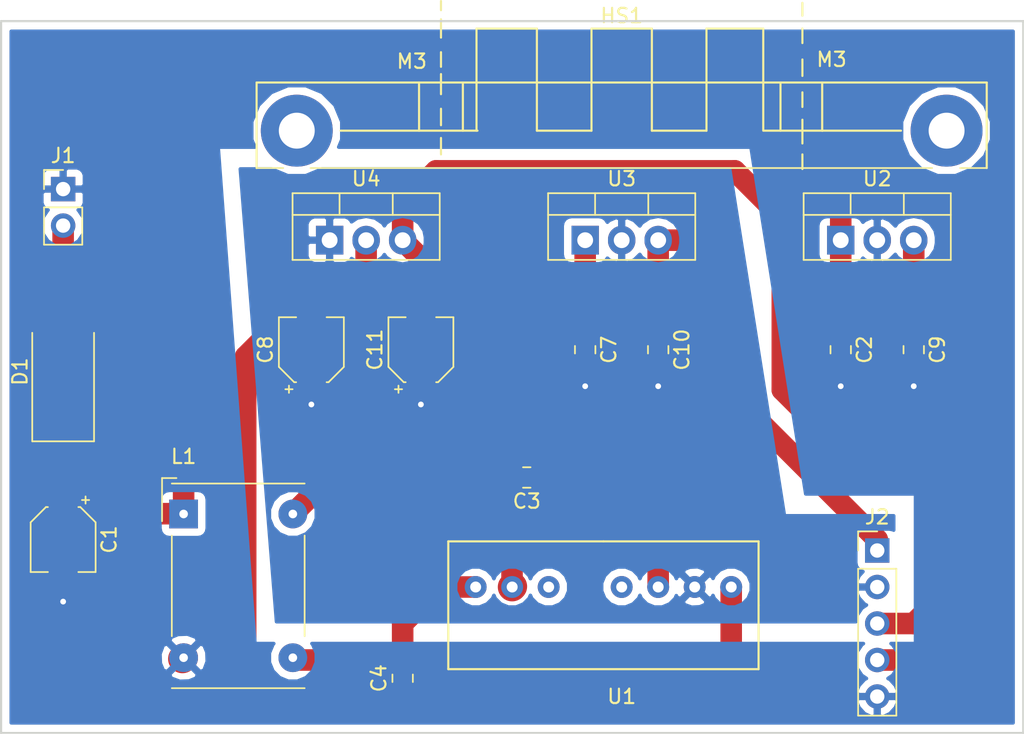
<source format=kicad_pcb>
(kicad_pcb (version 20171130) (host pcbnew "(5.0.0-3-g5ebb6b6)")

  (general
    (thickness 1.6)
    (drawings 4)
    (tracks 77)
    (zones 0)
    (modules 18)
    (nets 12)
  )

  (page A4)
  (layers
    (0 F.Cu signal)
    (31 B.Cu signal)
    (32 B.Adhes user)
    (33 F.Adhes user)
    (34 B.Paste user)
    (35 F.Paste user)
    (36 B.SilkS user)
    (37 F.SilkS user)
    (38 B.Mask user)
    (39 F.Mask user)
    (40 Dwgs.User user)
    (41 Cmts.User user)
    (42 Eco1.User user)
    (43 Eco2.User user)
    (44 Edge.Cuts user)
    (45 Margin user)
    (46 B.CrtYd user hide)
    (47 F.CrtYd user hide)
    (48 B.Fab user hide)
    (49 F.Fab user hide)
  )

  (setup
    (last_trace_width 0.25)
    (user_trace_width 1)
    (user_trace_width 1.5)
    (user_trace_width 2)
    (trace_clearance 0.2)
    (zone_clearance 0.508)
    (zone_45_only no)
    (trace_min 0.2)
    (segment_width 0.2)
    (edge_width 0.15)
    (via_size 0.8)
    (via_drill 0.4)
    (via_min_size 0.4)
    (via_min_drill 0.3)
    (uvia_size 0.3)
    (uvia_drill 0.1)
    (uvias_allowed no)
    (uvia_min_size 0.2)
    (uvia_min_drill 0.1)
    (pcb_text_width 0.3)
    (pcb_text_size 1.5 1.5)
    (mod_edge_width 0.15)
    (mod_text_size 1 1)
    (mod_text_width 0.15)
    (pad_size 1.524 1.524)
    (pad_drill 0.762)
    (pad_to_mask_clearance 0.2)
    (aux_axis_origin 0 0)
    (visible_elements FFFFFF7F)
    (pcbplotparams
      (layerselection 0x010fc_ffffffff)
      (usegerberextensions false)
      (usegerberattributes false)
      (usegerberadvancedattributes false)
      (creategerberjobfile false)
      (excludeedgelayer true)
      (linewidth 0.100000)
      (plotframeref false)
      (viasonmask false)
      (mode 1)
      (useauxorigin false)
      (hpglpennumber 1)
      (hpglpenspeed 20)
      (hpglpendiameter 15.000000)
      (psnegative false)
      (psa4output false)
      (plotreference true)
      (plotvalue true)
      (plotinvisibletext false)
      (padsonsilk false)
      (subtractmaskfromsilk false)
      (outputformat 1)
      (mirror false)
      (drillshape 1)
      (scaleselection 1)
      (outputdirectory "../"))
  )

  (net 0 "")
  (net 1 VDD)
  (net 2 GNDA)
  (net 3 "Net-(C3-Pad1)")
  (net 4 "Net-(C3-Pad2)")
  (net 5 "Net-(C4-Pad2)")
  (net 6 "Net-(C4-Pad1)")
  (net 7 VCOM)
  (net 8 +5V)
  (net 9 +12V)
  (net 10 -12V)
  (net 11 "Net-(D1-Pad2)")

  (net_class Default "This is the default net class."
    (clearance 0.2)
    (trace_width 0.25)
    (via_dia 0.8)
    (via_drill 0.4)
    (uvia_dia 0.3)
    (uvia_drill 0.1)
    (add_net +12V)
    (add_net +5V)
    (add_net -12V)
    (add_net GNDA)
    (add_net "Net-(C3-Pad1)")
    (add_net "Net-(C3-Pad2)")
    (add_net "Net-(C4-Pad1)")
    (add_net "Net-(C4-Pad2)")
    (add_net "Net-(D1-Pad2)")
    (add_net VCOM)
    (add_net VDD)
  )

  (module Connector_PinHeader_2.54mm:PinHeader_1x02_P2.54mm_Vertical (layer F.Cu) (tedit 59FED5CC) (tstamp 5D12A041)
    (at 95.758 78.994)
    (descr "Through hole straight pin header, 1x02, 2.54mm pitch, single row")
    (tags "Through hole pin header THT 1x02 2.54mm single row")
    (path /5D04F0FF)
    (fp_text reference J1 (at 0 -2.33) (layer F.SilkS)
      (effects (font (size 1 1) (thickness 0.15)))
    )
    (fp_text value Conn_01x02 (at 0 4.87) (layer F.Fab)
      (effects (font (size 1 1) (thickness 0.15)))
    )
    (fp_line (start -0.635 -1.27) (end 1.27 -1.27) (layer F.Fab) (width 0.1))
    (fp_line (start 1.27 -1.27) (end 1.27 3.81) (layer F.Fab) (width 0.1))
    (fp_line (start 1.27 3.81) (end -1.27 3.81) (layer F.Fab) (width 0.1))
    (fp_line (start -1.27 3.81) (end -1.27 -0.635) (layer F.Fab) (width 0.1))
    (fp_line (start -1.27 -0.635) (end -0.635 -1.27) (layer F.Fab) (width 0.1))
    (fp_line (start -1.33 3.87) (end 1.33 3.87) (layer F.SilkS) (width 0.12))
    (fp_line (start -1.33 1.27) (end -1.33 3.87) (layer F.SilkS) (width 0.12))
    (fp_line (start 1.33 1.27) (end 1.33 3.87) (layer F.SilkS) (width 0.12))
    (fp_line (start -1.33 1.27) (end 1.33 1.27) (layer F.SilkS) (width 0.12))
    (fp_line (start -1.33 0) (end -1.33 -1.33) (layer F.SilkS) (width 0.12))
    (fp_line (start -1.33 -1.33) (end 0 -1.33) (layer F.SilkS) (width 0.12))
    (fp_line (start -1.8 -1.8) (end -1.8 4.35) (layer F.CrtYd) (width 0.05))
    (fp_line (start -1.8 4.35) (end 1.8 4.35) (layer F.CrtYd) (width 0.05))
    (fp_line (start 1.8 4.35) (end 1.8 -1.8) (layer F.CrtYd) (width 0.05))
    (fp_line (start 1.8 -1.8) (end -1.8 -1.8) (layer F.CrtYd) (width 0.05))
    (fp_text user %R (at 0 1.27 90) (layer F.Fab)
      (effects (font (size 1 1) (thickness 0.15)))
    )
    (pad 1 thru_hole rect (at 0 0) (size 1.7 1.7) (drill 1) (layers *.Cu *.Mask)
      (net 2 GNDA))
    (pad 2 thru_hole oval (at 0 2.54) (size 1.7 1.7) (drill 1) (layers *.Cu *.Mask)
      (net 11 "Net-(D1-Pad2)"))
    (model ${KISYS3DMOD}/Connector_PinHeader_2.54mm.3dshapes/PinHeader_1x02_P2.54mm_Vertical.wrl
      (at (xyz 0 0 0))
      (scale (xyz 1 1 1))
      (rotate (xyz 0 0 0))
    )
  )

  (module Connector_PinHeader_2.54mm:PinHeader_1x05_P2.54mm_Vertical (layer F.Cu) (tedit 59FED5CC) (tstamp 5D12A05A)
    (at 152.4 104.14)
    (descr "Through hole straight pin header, 1x05, 2.54mm pitch, single row")
    (tags "Through hole pin header THT 1x05 2.54mm single row")
    (path /5D05A951)
    (fp_text reference J2 (at 0 -2.33) (layer F.SilkS)
      (effects (font (size 1 1) (thickness 0.15)))
    )
    (fp_text value Conn_01x05 (at 0 12.49) (layer F.Fab)
      (effects (font (size 1 1) (thickness 0.15)))
    )
    (fp_line (start -0.635 -1.27) (end 1.27 -1.27) (layer F.Fab) (width 0.1))
    (fp_line (start 1.27 -1.27) (end 1.27 11.43) (layer F.Fab) (width 0.1))
    (fp_line (start 1.27 11.43) (end -1.27 11.43) (layer F.Fab) (width 0.1))
    (fp_line (start -1.27 11.43) (end -1.27 -0.635) (layer F.Fab) (width 0.1))
    (fp_line (start -1.27 -0.635) (end -0.635 -1.27) (layer F.Fab) (width 0.1))
    (fp_line (start -1.33 11.49) (end 1.33 11.49) (layer F.SilkS) (width 0.12))
    (fp_line (start -1.33 1.27) (end -1.33 11.49) (layer F.SilkS) (width 0.12))
    (fp_line (start 1.33 1.27) (end 1.33 11.49) (layer F.SilkS) (width 0.12))
    (fp_line (start -1.33 1.27) (end 1.33 1.27) (layer F.SilkS) (width 0.12))
    (fp_line (start -1.33 0) (end -1.33 -1.33) (layer F.SilkS) (width 0.12))
    (fp_line (start -1.33 -1.33) (end 0 -1.33) (layer F.SilkS) (width 0.12))
    (fp_line (start -1.8 -1.8) (end -1.8 11.95) (layer F.CrtYd) (width 0.05))
    (fp_line (start -1.8 11.95) (end 1.8 11.95) (layer F.CrtYd) (width 0.05))
    (fp_line (start 1.8 11.95) (end 1.8 -1.8) (layer F.CrtYd) (width 0.05))
    (fp_line (start 1.8 -1.8) (end -1.8 -1.8) (layer F.CrtYd) (width 0.05))
    (fp_text user %R (at 0 5.08 90) (layer F.Fab)
      (effects (font (size 1 1) (thickness 0.15)))
    )
    (pad 1 thru_hole rect (at 0 0) (size 1.7 1.7) (drill 1) (layers *.Cu *.Mask)
      (net 9 +12V))
    (pad 2 thru_hole oval (at 0 2.54) (size 1.7 1.7) (drill 1) (layers *.Cu *.Mask)
      (net 7 VCOM))
    (pad 3 thru_hole oval (at 0 5.08) (size 1.7 1.7) (drill 1) (layers *.Cu *.Mask)
      (net 10 -12V))
    (pad 4 thru_hole oval (at 0 7.62) (size 1.7 1.7) (drill 1) (layers *.Cu *.Mask)
      (net 8 +5V))
    (pad 5 thru_hole oval (at 0 10.16) (size 1.7 1.7) (drill 1) (layers *.Cu *.Mask)
      (net 2 GNDA))
    (model ${KISYS3DMOD}/Connector_PinHeader_2.54mm.3dshapes/PinHeader_1x05_P2.54mm_Vertical.wrl
      (at (xyz 0 0 0))
      (scale (xyz 1 1 1))
      (rotate (xyz 0 0 0))
    )
  )

  (module Inductor_THT:Choke_Schaffner_RN204-04-9.0x14.0mm (layer F.Cu) (tedit 5A1421CD) (tstamp 5D12A074)
    (at 104.14 101.6)
    (descr "Current-compensated Chokes, Scaffner, RN204-04, 9.0mmx14.0mm https://www.schaffner.com/products/download/product/datasheet/rn-series-common-mode-chokes-new/")
    (tags "chokes schaffner tht")
    (path /5CFB9566)
    (fp_text reference L1 (at 0 -4) (layer F.SilkS)
      (effects (font (size 1 1) (thickness 0.15)))
    )
    (fp_text value 10mH (at 3.8 13.5) (layer F.Fab)
      (effects (font (size 1 1) (thickness 0.15)))
    )
    (fp_line (start -0.7 -2) (end 8.3 -2) (layer F.Fab) (width 0.1))
    (fp_line (start 8.3 -2) (end 8.3 12) (layer F.Fab) (width 0.1))
    (fp_line (start 8.3 12) (end -0.7 12) (layer F.Fab) (width 0.1))
    (fp_line (start -0.7 12) (end -0.7 1) (layer F.Fab) (width 0.1))
    (fp_line (start -0.7 1) (end 0.3 0) (layer F.Fab) (width 0.1))
    (fp_line (start 0.3 0) (end -0.7 -1) (layer F.Fab) (width 0.1))
    (fp_line (start -0.7 -1) (end -0.7 -2) (layer F.Fab) (width 0.1))
    (fp_line (start -0.82 -2.12) (end 8.42 -2.12) (layer F.SilkS) (width 0.12))
    (fp_line (start 8.42 1.5) (end 8.42 8.5) (layer F.SilkS) (width 0.12))
    (fp_line (start 8.42 12.12) (end -0.82 12.12) (layer F.SilkS) (width 0.12))
    (fp_line (start -0.82 1.5) (end -0.82 8.5) (layer F.SilkS) (width 0.12))
    (fp_line (start -1.25 -2.25) (end -1.25 12.25) (layer F.CrtYd) (width 0.05))
    (fp_line (start -1.25 12.25) (end 8.85 12.25) (layer F.CrtYd) (width 0.05))
    (fp_line (start 8.85 12.25) (end 8.85 -2.25) (layer F.CrtYd) (width 0.05))
    (fp_line (start 8.85 -2.25) (end -1.25 -2.25) (layer F.CrtYd) (width 0.05))
    (fp_line (start -1.5 -2.5) (end -0.5 -2.5) (layer F.SilkS) (width 0.12))
    (fp_line (start -1.5 -2.5) (end -1.5 0.5) (layer F.SilkS) (width 0.12))
    (fp_text user %R (at 3.8 5) (layer F.Fab)
      (effects (font (size 1 1) (thickness 0.15)))
    )
    (pad 1 thru_hole rect (at 0 0) (size 2 2) (drill 0.6) (layers *.Cu *.Mask)
      (net 1 VDD))
    (pad 2 thru_hole circle (at 7.6 0) (size 2 2) (drill 0.6) (layers *.Cu *.Mask)
      (net 4 "Net-(C3-Pad2)"))
    (pad 3 thru_hole circle (at 0 10) (size 2 2) (drill 0.6) (layers *.Cu *.Mask)
      (net 2 GNDA))
    (pad 4 thru_hole circle (at 7.6 10) (size 2 2) (drill 0.6) (layers *.Cu *.Mask)
      (net 5 "Net-(C4-Pad2)"))
    (model ${KISYS3DMOD}/Inductor_THT.3dshapes/Choke_Schaffner_RN204-04-9.0x14.0mm.wrl
      (at (xyz 0 0 0))
      (scale (xyz 1 1 1))
      (rotate (xyz 0 0 0))
    )
  )

  (module ITX1212S:ITX1212S (layer F.Cu) (tedit 5CD6255E) (tstamp 5D12A085)
    (at 132.08 106.68)
    (path /5CFB7B5F)
    (fp_text reference U1 (at 2.54 7.62) (layer F.SilkS)
      (effects (font (size 1 1) (thickness 0.15)))
    )
    (fp_text value RS6-1212D (at 0 -7.62) (layer F.Fab)
      (effects (font (size 1 1) (thickness 0.15)))
    )
    (fp_line (start -9.525 -3.175) (end 1.27 -3.175) (layer F.SilkS) (width 0.15))
    (fp_line (start -9.525 5.715) (end -9.525 -3.175) (layer F.SilkS) (width 0.15))
    (fp_line (start 12.065 5.715) (end -9.525 5.715) (layer F.SilkS) (width 0.15))
    (fp_line (start 12.065 1.27) (end 12.065 5.715) (layer F.SilkS) (width 0.15))
    (fp_line (start 12.065 -3.175) (end 12.065 1.27) (layer F.SilkS) (width 0.15))
    (fp_line (start 1.27 -3.175) (end 12.065 -3.175) (layer F.SilkS) (width 0.15))
    (pad 8 thru_hole circle (at 10.16 0) (size 1.524 1.524) (drill 0.762) (layers *.Cu *.Mask)
      (net 6 "Net-(C4-Pad1)"))
    (pad 7 thru_hole circle (at 7.62 0) (size 1.524 1.524) (drill 0.762) (layers *.Cu *.Mask)
      (net 7 VCOM))
    (pad 6 thru_hole circle (at 5.08 0) (size 1.524 1.524) (drill 0.762) (layers *.Cu *.Mask)
      (net 3 "Net-(C3-Pad1)"))
    (pad 5 thru_hole circle (at 2.54 0) (size 1.524 1.524) (drill 0.762) (layers *.Cu *.Mask))
    (pad 3 thru_hole circle (at -2.54 0) (size 1.524 1.524) (drill 0.762) (layers *.Cu *.Mask))
    (pad 2 thru_hole circle (at -5.08 0) (size 1.524 1.524) (drill 0.762) (layers *.Cu *.Mask)
      (net 4 "Net-(C3-Pad2)"))
    (pad 1 thru_hole circle (at -7.62 0) (size 1.524 1.524) (drill 0.762) (layers *.Cu *.Mask)
      (net 5 "Net-(C4-Pad2)"))
  )

  (module Package_TO_SOT_THT:TO-220-3_Vertical (layer F.Cu) (tedit 5AC8BA0D) (tstamp 5D12A09F)
    (at 149.86 82.55)
    (descr "TO-220-3, Vertical, RM 2.54mm, see https://www.vishay.com/docs/66542/to-220-1.pdf")
    (tags "TO-220-3 Vertical RM 2.54mm")
    (path /5D0A57CB)
    (fp_text reference U2 (at 2.54 -4.27) (layer F.SilkS)
      (effects (font (size 1 1) (thickness 0.15)))
    )
    (fp_text value LM7805_TO220 (at 2.54 2.5) (layer F.Fab)
      (effects (font (size 1 1) (thickness 0.15)))
    )
    (fp_line (start -2.46 -3.15) (end -2.46 1.25) (layer F.Fab) (width 0.1))
    (fp_line (start -2.46 1.25) (end 7.54 1.25) (layer F.Fab) (width 0.1))
    (fp_line (start 7.54 1.25) (end 7.54 -3.15) (layer F.Fab) (width 0.1))
    (fp_line (start 7.54 -3.15) (end -2.46 -3.15) (layer F.Fab) (width 0.1))
    (fp_line (start -2.46 -1.88) (end 7.54 -1.88) (layer F.Fab) (width 0.1))
    (fp_line (start 0.69 -3.15) (end 0.69 -1.88) (layer F.Fab) (width 0.1))
    (fp_line (start 4.39 -3.15) (end 4.39 -1.88) (layer F.Fab) (width 0.1))
    (fp_line (start -2.58 -3.27) (end 7.66 -3.27) (layer F.SilkS) (width 0.12))
    (fp_line (start -2.58 1.371) (end 7.66 1.371) (layer F.SilkS) (width 0.12))
    (fp_line (start -2.58 -3.27) (end -2.58 1.371) (layer F.SilkS) (width 0.12))
    (fp_line (start 7.66 -3.27) (end 7.66 1.371) (layer F.SilkS) (width 0.12))
    (fp_line (start -2.58 -1.76) (end 7.66 -1.76) (layer F.SilkS) (width 0.12))
    (fp_line (start 0.69 -3.27) (end 0.69 -1.76) (layer F.SilkS) (width 0.12))
    (fp_line (start 4.391 -3.27) (end 4.391 -1.76) (layer F.SilkS) (width 0.12))
    (fp_line (start -2.71 -3.4) (end -2.71 1.51) (layer F.CrtYd) (width 0.05))
    (fp_line (start -2.71 1.51) (end 7.79 1.51) (layer F.CrtYd) (width 0.05))
    (fp_line (start 7.79 1.51) (end 7.79 -3.4) (layer F.CrtYd) (width 0.05))
    (fp_line (start 7.79 -3.4) (end -2.71 -3.4) (layer F.CrtYd) (width 0.05))
    (fp_text user %R (at 2.54 -4.27) (layer F.Fab)
      (effects (font (size 1 1) (thickness 0.15)))
    )
    (pad 1 thru_hole rect (at 0 0) (size 1.905 2) (drill 1.1) (layers *.Cu *.Mask)
      (net 1 VDD))
    (pad 2 thru_hole oval (at 2.54 0) (size 1.905 2) (drill 1.1) (layers *.Cu *.Mask)
      (net 2 GNDA))
    (pad 3 thru_hole oval (at 5.08 0) (size 1.905 2) (drill 1.1) (layers *.Cu *.Mask)
      (net 8 +5V))
    (model ${KISYS3DMOD}/Package_TO_SOT_THT.3dshapes/TO-220-3_Vertical.wrl
      (at (xyz 0 0 0))
      (scale (xyz 1 1 1))
      (rotate (xyz 0 0 0))
    )
  )

  (module Package_TO_SOT_THT:TO-220-3_Vertical (layer F.Cu) (tedit 5AC8BA0D) (tstamp 5D12A0B9)
    (at 132.08 82.55)
    (descr "TO-220-3, Vertical, RM 2.54mm, see https://www.vishay.com/docs/66542/to-220-1.pdf")
    (tags "TO-220-3 Vertical RM 2.54mm")
    (path /5CFB7D75)
    (fp_text reference U3 (at 2.54 -4.27) (layer F.SilkS)
      (effects (font (size 1 1) (thickness 0.15)))
    )
    (fp_text value LM7812_TO220 (at 2.54 2.5) (layer F.Fab)
      (effects (font (size 1 1) (thickness 0.15)))
    )
    (fp_text user %R (at 2.54 -4.27) (layer F.Fab)
      (effects (font (size 1 1) (thickness 0.15)))
    )
    (fp_line (start 7.79 -3.4) (end -2.71 -3.4) (layer F.CrtYd) (width 0.05))
    (fp_line (start 7.79 1.51) (end 7.79 -3.4) (layer F.CrtYd) (width 0.05))
    (fp_line (start -2.71 1.51) (end 7.79 1.51) (layer F.CrtYd) (width 0.05))
    (fp_line (start -2.71 -3.4) (end -2.71 1.51) (layer F.CrtYd) (width 0.05))
    (fp_line (start 4.391 -3.27) (end 4.391 -1.76) (layer F.SilkS) (width 0.12))
    (fp_line (start 0.69 -3.27) (end 0.69 -1.76) (layer F.SilkS) (width 0.12))
    (fp_line (start -2.58 -1.76) (end 7.66 -1.76) (layer F.SilkS) (width 0.12))
    (fp_line (start 7.66 -3.27) (end 7.66 1.371) (layer F.SilkS) (width 0.12))
    (fp_line (start -2.58 -3.27) (end -2.58 1.371) (layer F.SilkS) (width 0.12))
    (fp_line (start -2.58 1.371) (end 7.66 1.371) (layer F.SilkS) (width 0.12))
    (fp_line (start -2.58 -3.27) (end 7.66 -3.27) (layer F.SilkS) (width 0.12))
    (fp_line (start 4.39 -3.15) (end 4.39 -1.88) (layer F.Fab) (width 0.1))
    (fp_line (start 0.69 -3.15) (end 0.69 -1.88) (layer F.Fab) (width 0.1))
    (fp_line (start -2.46 -1.88) (end 7.54 -1.88) (layer F.Fab) (width 0.1))
    (fp_line (start 7.54 -3.15) (end -2.46 -3.15) (layer F.Fab) (width 0.1))
    (fp_line (start 7.54 1.25) (end 7.54 -3.15) (layer F.Fab) (width 0.1))
    (fp_line (start -2.46 1.25) (end 7.54 1.25) (layer F.Fab) (width 0.1))
    (fp_line (start -2.46 -3.15) (end -2.46 1.25) (layer F.Fab) (width 0.1))
    (pad 3 thru_hole oval (at 5.08 0) (size 1.905 2) (drill 1.1) (layers *.Cu *.Mask)
      (net 9 +12V))
    (pad 2 thru_hole oval (at 2.54 0) (size 1.905 2) (drill 1.1) (layers *.Cu *.Mask)
      (net 7 VCOM))
    (pad 1 thru_hole rect (at 0 0) (size 1.905 2) (drill 1.1) (layers *.Cu *.Mask)
      (net 3 "Net-(C3-Pad1)"))
    (model ${KISYS3DMOD}/Package_TO_SOT_THT.3dshapes/TO-220-3_Vertical.wrl
      (at (xyz 0 0 0))
      (scale (xyz 1 1 1))
      (rotate (xyz 0 0 0))
    )
  )

  (module Package_TO_SOT_THT:TO-220-3_Vertical (layer F.Cu) (tedit 5AC8BA0D) (tstamp 5D12A0D3)
    (at 114.3 82.55)
    (descr "TO-220-3, Vertical, RM 2.54mm, see https://www.vishay.com/docs/66542/to-220-1.pdf")
    (tags "TO-220-3 Vertical RM 2.54mm")
    (path /5CFB7C7C)
    (fp_text reference U4 (at 2.54 -4.27) (layer F.SilkS)
      (effects (font (size 1 1) (thickness 0.15)))
    )
    (fp_text value LM7912_TO220 (at 2.54 2.5) (layer F.Fab)
      (effects (font (size 1 1) (thickness 0.15)))
    )
    (fp_line (start -2.46 -3.15) (end -2.46 1.25) (layer F.Fab) (width 0.1))
    (fp_line (start -2.46 1.25) (end 7.54 1.25) (layer F.Fab) (width 0.1))
    (fp_line (start 7.54 1.25) (end 7.54 -3.15) (layer F.Fab) (width 0.1))
    (fp_line (start 7.54 -3.15) (end -2.46 -3.15) (layer F.Fab) (width 0.1))
    (fp_line (start -2.46 -1.88) (end 7.54 -1.88) (layer F.Fab) (width 0.1))
    (fp_line (start 0.69 -3.15) (end 0.69 -1.88) (layer F.Fab) (width 0.1))
    (fp_line (start 4.39 -3.15) (end 4.39 -1.88) (layer F.Fab) (width 0.1))
    (fp_line (start -2.58 -3.27) (end 7.66 -3.27) (layer F.SilkS) (width 0.12))
    (fp_line (start -2.58 1.371) (end 7.66 1.371) (layer F.SilkS) (width 0.12))
    (fp_line (start -2.58 -3.27) (end -2.58 1.371) (layer F.SilkS) (width 0.12))
    (fp_line (start 7.66 -3.27) (end 7.66 1.371) (layer F.SilkS) (width 0.12))
    (fp_line (start -2.58 -1.76) (end 7.66 -1.76) (layer F.SilkS) (width 0.12))
    (fp_line (start 0.69 -3.27) (end 0.69 -1.76) (layer F.SilkS) (width 0.12))
    (fp_line (start 4.391 -3.27) (end 4.391 -1.76) (layer F.SilkS) (width 0.12))
    (fp_line (start -2.71 -3.4) (end -2.71 1.51) (layer F.CrtYd) (width 0.05))
    (fp_line (start -2.71 1.51) (end 7.79 1.51) (layer F.CrtYd) (width 0.05))
    (fp_line (start 7.79 1.51) (end 7.79 -3.4) (layer F.CrtYd) (width 0.05))
    (fp_line (start 7.79 -3.4) (end -2.71 -3.4) (layer F.CrtYd) (width 0.05))
    (fp_text user %R (at 2.54 -4.27) (layer F.Fab)
      (effects (font (size 1 1) (thickness 0.15)))
    )
    (pad 1 thru_hole rect (at 0 0) (size 1.905 2) (drill 1.1) (layers *.Cu *.Mask)
      (net 7 VCOM))
    (pad 2 thru_hole oval (at 2.54 0) (size 1.905 2) (drill 1.1) (layers *.Cu *.Mask)
      (net 6 "Net-(C4-Pad1)"))
    (pad 3 thru_hole oval (at 5.08 0) (size 1.905 2) (drill 1.1) (layers *.Cu *.Mask)
      (net 10 -12V))
    (model ${KISYS3DMOD}/Package_TO_SOT_THT.3dshapes/TO-220-3_Vertical.wrl
      (at (xyz 0 0 0))
      (scale (xyz 1 1 1))
      (rotate (xyz 0 0 0))
    )
  )

  (module Heatsink:Heatsink_SheetType_50x7mm_2Fixations (layer F.Cu) (tedit 5A1FFA20) (tstamp 5D12AC5D)
    (at 134.62 74.93)
    (descr "Heatsink, Sheet type, 50x7mm, 2 fixations (solder),")
    (tags "Heatsink sheet")
    (path /5D0BDB36)
    (solder_mask_margin 0.2)
    (fp_text reference HS1 (at 0 -8) (layer F.SilkS)
      (effects (font (size 1 1) (thickness 0.15)))
    )
    (fp_text value Heatsink (at 1.27 5.08) (layer F.Fab)
      (effects (font (size 1 1) (thickness 0.15)))
    )
    (fp_text user M3 (at 14.605 -4.953) (layer F.SilkS)
      (effects (font (size 1 1) (thickness 0.15)))
    )
    (fp_text user M3 (at -14.605 -4.826) (layer F.SilkS)
      (effects (font (size 1 1) (thickness 0.15)))
    )
    (fp_text user %R (at 0 0) (layer F.Fab)
      (effects (font (size 1 1) (thickness 0.15)))
    )
    (fp_line (start -21.65 2.6) (end 21.6 2.6) (layer F.SilkS) (width 0.12))
    (fp_line (start -25.4 2.6) (end -23.55 2.6) (layer F.SilkS) (width 0.12))
    (fp_line (start 25.4 2.6) (end 23.55 2.6) (layer F.SilkS) (width 0.12))
    (fp_line (start -10.033 0) (end -19.558 0) (layer F.SilkS) (width 0.15))
    (fp_line (start -2.1 0) (end -5.9 0) (layer F.SilkS) (width 0.15))
    (fp_line (start 5.9 0) (end 2.1 0) (layer F.SilkS) (width 0.15))
    (fp_line (start 13.97 0) (end 9.906 0) (layer F.SilkS) (width 0.15))
    (fp_line (start 13.97 0) (end 19.431 0) (layer F.SilkS) (width 0.15))
    (fp_line (start -5.9 -7.1) (end -10.1 -7.1) (layer F.SilkS) (width 0.15))
    (fp_line (start 2.1 -7.1) (end -2.1 -7.1) (layer F.SilkS) (width 0.15))
    (fp_line (start -11.05 -3.35) (end -11.049 0) (layer F.SilkS) (width 0.15))
    (fp_line (start -14.1 -3.35) (end -14.097 0) (layer F.SilkS) (width 0.15))
    (fp_line (start -10.1 -7.1) (end -10.1 0) (layer F.SilkS) (width 0.15))
    (fp_line (start -5.9 -7.1) (end -5.9 0) (layer F.SilkS) (width 0.15))
    (fp_line (start -2.1 -7.1) (end -2.1 0) (layer F.SilkS) (width 0.15))
    (fp_line (start 9.85 -7.1) (end 5.9 -7.1) (layer F.SilkS) (width 0.15))
    (fp_line (start 9.85 -7.1) (end 9.85 0) (layer F.SilkS) (width 0.15))
    (fp_line (start 5.9 -7.1) (end 5.9 0) (layer F.SilkS) (width 0.15))
    (fp_line (start 2.1 -7.1) (end 2.1 0) (layer F.SilkS) (width 0.15))
    (fp_line (start 11.05 -3.35) (end 11.05 0) (layer F.SilkS) (width 0.15))
    (fp_line (start -12.573 0.508) (end -12.573 1.651) (layer F.SilkS) (width 0.15))
    (fp_line (start -12.573 -1.524) (end -12.573 -0.381) (layer F.SilkS) (width 0.15))
    (fp_line (start -12.573 -3.937) (end -12.573 -2.54) (layer F.SilkS) (width 0.15))
    (fp_line (start -12.573 -5.461) (end -12.573 -4.445) (layer F.SilkS) (width 0.15))
    (fp_line (start -12.573 -7.747) (end -12.573 -6.477) (layer F.SilkS) (width 0.15))
    (fp_line (start -12.573 -9.017) (end -12.573 -8.382) (layer F.SilkS) (width 0.15))
    (fp_line (start 12.573 1.651) (end 12.573 2.667) (layer F.SilkS) (width 0.15))
    (fp_line (start 12.573 -0.762) (end 12.573 0.889) (layer F.SilkS) (width 0.15))
    (fp_line (start 12.573 -2.667) (end 12.573 -1.651) (layer F.SilkS) (width 0.15))
    (fp_line (start 12.573 -4.953) (end 12.573 -3.81) (layer F.SilkS) (width 0.15))
    (fp_line (start 12.573 -7.112) (end 12.573 -6.096) (layer F.SilkS) (width 0.15))
    (fp_line (start 12.573 -8.89) (end 12.573 -8.001) (layer F.SilkS) (width 0.15))
    (fp_line (start 13.95 -3.35) (end 13.95 0) (layer F.SilkS) (width 0.15))
    (fp_line (start 25.4 2.6) (end 25.4 -3.35) (layer F.SilkS) (width 0.15))
    (fp_line (start 25.4 -3.35) (end -25.4 -3.35) (layer F.SilkS) (width 0.15))
    (fp_line (start -25.4 -3.35) (end -25.4 2.6) (layer F.SilkS) (width 0.15))
    (fp_line (start -25.5 -7.25) (end 25.5 -7.25) (layer F.CrtYd) (width 0.05))
    (fp_line (start -25.5 -7.25) (end -25.5 2.75) (layer F.CrtYd) (width 0.05))
    (fp_line (start 25.5 2.75) (end 25.5 -7.25) (layer F.CrtYd) (width 0.05))
    (fp_line (start 25.5 2.75) (end -25.5 2.75) (layer F.CrtYd) (width 0.05))
    (fp_line (start 25.25 -3.25) (end 9.75 -3.25) (layer F.Fab) (width 0.1))
    (fp_line (start 9.75 -3.25) (end 9.75 -7) (layer F.Fab) (width 0.1))
    (fp_line (start 9.75 -7) (end 6 -7) (layer F.Fab) (width 0.1))
    (fp_line (start 6 -7) (end 6 -3.25) (layer F.Fab) (width 0.1))
    (fp_line (start 6 -3.25) (end 2 -3.25) (layer F.Fab) (width 0.1))
    (fp_line (start 2 -3.25) (end 2 -6.75) (layer F.Fab) (width 0.1))
    (fp_line (start 2 -6.75) (end 2 -7) (layer F.Fab) (width 0.1))
    (fp_line (start 2 -7) (end -2 -7) (layer F.Fab) (width 0.1))
    (fp_line (start -2 -7) (end -2 -3.25) (layer F.Fab) (width 0.1))
    (fp_line (start -2 -3.25) (end -6 -3.25) (layer F.Fab) (width 0.1))
    (fp_line (start -6 -3.25) (end -6 -7) (layer F.Fab) (width 0.1))
    (fp_line (start -6 -7) (end -10 -7) (layer F.Fab) (width 0.1))
    (fp_line (start -10 -7) (end -10 -3.25) (layer F.Fab) (width 0.1))
    (fp_line (start -10 -3.25) (end -25.25 -3.25) (layer F.Fab) (width 0.1))
    (fp_line (start -25.25 -3.25) (end -25.25 2.5) (layer F.Fab) (width 0.1))
    (fp_line (start -25.25 2.5) (end 25.25 2.5) (layer F.Fab) (width 0.1))
    (fp_line (start 25.25 2.5) (end 25.25 -3.25) (layer F.Fab) (width 0.1))
    (pad 1 thru_hole circle (at 22.606 0) (size 5.00126 5.00126) (drill 2.49936) (layers *.Cu *.Mask))
    (pad 1 thru_hole circle (at -22.606 0) (size 5.00126 5.00126) (drill 2.49936) (layers *.Cu *.Mask))
    (model ${KISYS3DMOD}/Heatsink.3dshapes/Heatsink_SheetType_50x7mm_2Fixations.wrl
      (at (xyz 0 0 0))
      (scale (xyz 1 1 1))
      (rotate (xyz 0 0 0))
    )
  )

  (module Capacitor_SMD:CP_Elec_4x5.7 (layer F.Cu) (tedit 5B3026A2) (tstamp 5D4FDF67)
    (at 95.758 103.378 270)
    (descr "SMT capacitor, aluminium electrolytic, 4x5.7, United Chemi-Con ")
    (tags "Capacitor Electrolytic")
    (path /5CFBC0DA)
    (attr smd)
    (fp_text reference C1 (at 0 -3.2 270) (layer F.SilkS)
      (effects (font (size 1 1) (thickness 0.15)))
    )
    (fp_text value 10uF (at 0 3.2 270) (layer F.Fab)
      (effects (font (size 1 1) (thickness 0.15)))
    )
    (fp_circle (center 0 0) (end 2 0) (layer F.Fab) (width 0.1))
    (fp_line (start 2.15 -2.15) (end 2.15 2.15) (layer F.Fab) (width 0.1))
    (fp_line (start -1.15 -2.15) (end 2.15 -2.15) (layer F.Fab) (width 0.1))
    (fp_line (start -1.15 2.15) (end 2.15 2.15) (layer F.Fab) (width 0.1))
    (fp_line (start -2.15 -1.15) (end -2.15 1.15) (layer F.Fab) (width 0.1))
    (fp_line (start -2.15 -1.15) (end -1.15 -2.15) (layer F.Fab) (width 0.1))
    (fp_line (start -2.15 1.15) (end -1.15 2.15) (layer F.Fab) (width 0.1))
    (fp_line (start -1.574773 -1) (end -1.174773 -1) (layer F.Fab) (width 0.1))
    (fp_line (start -1.374773 -1.2) (end -1.374773 -0.8) (layer F.Fab) (width 0.1))
    (fp_line (start 2.26 2.26) (end 2.26 1.06) (layer F.SilkS) (width 0.12))
    (fp_line (start 2.26 -2.26) (end 2.26 -1.06) (layer F.SilkS) (width 0.12))
    (fp_line (start -1.195563 -2.26) (end 2.26 -2.26) (layer F.SilkS) (width 0.12))
    (fp_line (start -1.195563 2.26) (end 2.26 2.26) (layer F.SilkS) (width 0.12))
    (fp_line (start -2.26 1.195563) (end -2.26 1.06) (layer F.SilkS) (width 0.12))
    (fp_line (start -2.26 -1.195563) (end -2.26 -1.06) (layer F.SilkS) (width 0.12))
    (fp_line (start -2.26 -1.195563) (end -1.195563 -2.26) (layer F.SilkS) (width 0.12))
    (fp_line (start -2.26 1.195563) (end -1.195563 2.26) (layer F.SilkS) (width 0.12))
    (fp_line (start -3 -1.56) (end -2.5 -1.56) (layer F.SilkS) (width 0.12))
    (fp_line (start -2.75 -1.81) (end -2.75 -1.31) (layer F.SilkS) (width 0.12))
    (fp_line (start 2.4 -2.4) (end 2.4 -1.05) (layer F.CrtYd) (width 0.05))
    (fp_line (start 2.4 -1.05) (end 3.35 -1.05) (layer F.CrtYd) (width 0.05))
    (fp_line (start 3.35 -1.05) (end 3.35 1.05) (layer F.CrtYd) (width 0.05))
    (fp_line (start 3.35 1.05) (end 2.4 1.05) (layer F.CrtYd) (width 0.05))
    (fp_line (start 2.4 1.05) (end 2.4 2.4) (layer F.CrtYd) (width 0.05))
    (fp_line (start -1.25 2.4) (end 2.4 2.4) (layer F.CrtYd) (width 0.05))
    (fp_line (start -1.25 -2.4) (end 2.4 -2.4) (layer F.CrtYd) (width 0.05))
    (fp_line (start -2.4 1.25) (end -1.25 2.4) (layer F.CrtYd) (width 0.05))
    (fp_line (start -2.4 -1.25) (end -1.25 -2.4) (layer F.CrtYd) (width 0.05))
    (fp_line (start -2.4 -1.25) (end -2.4 -1.05) (layer F.CrtYd) (width 0.05))
    (fp_line (start -2.4 1.05) (end -2.4 1.25) (layer F.CrtYd) (width 0.05))
    (fp_line (start -2.4 -1.05) (end -3.35 -1.05) (layer F.CrtYd) (width 0.05))
    (fp_line (start -3.35 -1.05) (end -3.35 1.05) (layer F.CrtYd) (width 0.05))
    (fp_line (start -3.35 1.05) (end -2.4 1.05) (layer F.CrtYd) (width 0.05))
    (fp_text user %R (at 0 0 270) (layer F.Fab)
      (effects (font (size 0.8 0.8) (thickness 0.12)))
    )
    (pad 1 smd rect (at -1.8 0 270) (size 2.6 1.6) (layers F.Cu F.Paste F.Mask)
      (net 1 VDD))
    (pad 2 smd rect (at 1.8 0 270) (size 2.6 1.6) (layers F.Cu F.Paste F.Mask)
      (net 2 GNDA))
    (model ${KISYS3DMOD}/Capacitor_SMD.3dshapes/CP_Elec_4x5.7.wrl
      (at (xyz 0 0 0))
      (scale (xyz 1 1 1))
      (rotate (xyz 0 0 0))
    )
  )

  (module Capacitor_SMD:C_0805_2012Metric_Pad1.15x1.40mm_HandSolder (layer F.Cu) (tedit 5B36C52B) (tstamp 5D4FE08D)
    (at 149.86 90.17 270)
    (descr "Capacitor SMD 0805 (2012 Metric), square (rectangular) end terminal, IPC_7351 nominal with elongated pad for handsoldering. (Body size source: https://docs.google.com/spreadsheets/d/1BsfQQcO9C6DZCsRaXUlFlo91Tg2WpOkGARC1WS5S8t0/edit?usp=sharing), generated with kicad-footprint-generator")
    (tags "capacitor handsolder")
    (path /5CFC8A88)
    (attr smd)
    (fp_text reference C2 (at 0 -1.65 270) (layer F.SilkS)
      (effects (font (size 1 1) (thickness 0.15)))
    )
    (fp_text value 200nF (at 0 1.65 270) (layer F.Fab)
      (effects (font (size 1 1) (thickness 0.15)))
    )
    (fp_line (start -1 0.6) (end -1 -0.6) (layer F.Fab) (width 0.1))
    (fp_line (start -1 -0.6) (end 1 -0.6) (layer F.Fab) (width 0.1))
    (fp_line (start 1 -0.6) (end 1 0.6) (layer F.Fab) (width 0.1))
    (fp_line (start 1 0.6) (end -1 0.6) (layer F.Fab) (width 0.1))
    (fp_line (start -0.261252 -0.71) (end 0.261252 -0.71) (layer F.SilkS) (width 0.12))
    (fp_line (start -0.261252 0.71) (end 0.261252 0.71) (layer F.SilkS) (width 0.12))
    (fp_line (start -1.85 0.95) (end -1.85 -0.95) (layer F.CrtYd) (width 0.05))
    (fp_line (start -1.85 -0.95) (end 1.85 -0.95) (layer F.CrtYd) (width 0.05))
    (fp_line (start 1.85 -0.95) (end 1.85 0.95) (layer F.CrtYd) (width 0.05))
    (fp_line (start 1.85 0.95) (end -1.85 0.95) (layer F.CrtYd) (width 0.05))
    (fp_text user %R (at 0 0 270) (layer F.Fab)
      (effects (font (size 0.5 0.5) (thickness 0.08)))
    )
    (pad 1 smd roundrect (at -1.025 0 270) (size 1.15 1.4) (layers F.Cu F.Paste F.Mask) (roundrect_rratio 0.217391)
      (net 1 VDD))
    (pad 2 smd roundrect (at 1.025 0 270) (size 1.15 1.4) (layers F.Cu F.Paste F.Mask) (roundrect_rratio 0.217391)
      (net 2 GNDA))
    (model ${KISYS3DMOD}/Capacitor_SMD.3dshapes/C_0805_2012Metric.wrl
      (at (xyz 0 0 0))
      (scale (xyz 1 1 1))
      (rotate (xyz 0 0 0))
    )
  )

  (module Capacitor_SMD:C_0805_2012Metric_Pad1.15x1.40mm_HandSolder (layer F.Cu) (tedit 5B36C52B) (tstamp 5D4FDF9E)
    (at 128.016 99.06 180)
    (descr "Capacitor SMD 0805 (2012 Metric), square (rectangular) end terminal, IPC_7351 nominal with elongated pad for handsoldering. (Body size source: https://docs.google.com/spreadsheets/d/1BsfQQcO9C6DZCsRaXUlFlo91Tg2WpOkGARC1WS5S8t0/edit?usp=sharing), generated with kicad-footprint-generator")
    (tags "capacitor handsolder")
    (path /5CFB93CF)
    (attr smd)
    (fp_text reference C3 (at 0 -1.65 180) (layer F.SilkS)
      (effects (font (size 1 1) (thickness 0.15)))
    )
    (fp_text value 47p (at 0 1.65 180) (layer F.Fab)
      (effects (font (size 1 1) (thickness 0.15)))
    )
    (fp_line (start -1 0.6) (end -1 -0.6) (layer F.Fab) (width 0.1))
    (fp_line (start -1 -0.6) (end 1 -0.6) (layer F.Fab) (width 0.1))
    (fp_line (start 1 -0.6) (end 1 0.6) (layer F.Fab) (width 0.1))
    (fp_line (start 1 0.6) (end -1 0.6) (layer F.Fab) (width 0.1))
    (fp_line (start -0.261252 -0.71) (end 0.261252 -0.71) (layer F.SilkS) (width 0.12))
    (fp_line (start -0.261252 0.71) (end 0.261252 0.71) (layer F.SilkS) (width 0.12))
    (fp_line (start -1.85 0.95) (end -1.85 -0.95) (layer F.CrtYd) (width 0.05))
    (fp_line (start -1.85 -0.95) (end 1.85 -0.95) (layer F.CrtYd) (width 0.05))
    (fp_line (start 1.85 -0.95) (end 1.85 0.95) (layer F.CrtYd) (width 0.05))
    (fp_line (start 1.85 0.95) (end -1.85 0.95) (layer F.CrtYd) (width 0.05))
    (fp_text user %R (at 0 0 180) (layer F.Fab)
      (effects (font (size 0.5 0.5) (thickness 0.08)))
    )
    (pad 1 smd roundrect (at -1.025 0 180) (size 1.15 1.4) (layers F.Cu F.Paste F.Mask) (roundrect_rratio 0.217391)
      (net 3 "Net-(C3-Pad1)"))
    (pad 2 smd roundrect (at 1.025 0 180) (size 1.15 1.4) (layers F.Cu F.Paste F.Mask) (roundrect_rratio 0.217391)
      (net 4 "Net-(C3-Pad2)"))
    (model ${KISYS3DMOD}/Capacitor_SMD.3dshapes/C_0805_2012Metric.wrl
      (at (xyz 0 0 0))
      (scale (xyz 1 1 1))
      (rotate (xyz 0 0 0))
    )
  )

  (module Capacitor_SMD:C_0805_2012Metric_Pad1.15x1.40mm_HandSolder (layer F.Cu) (tedit 5B36C52B) (tstamp 5D4FDFAE)
    (at 119.38 113.03 90)
    (descr "Capacitor SMD 0805 (2012 Metric), square (rectangular) end terminal, IPC_7351 nominal with elongated pad for handsoldering. (Body size source: https://docs.google.com/spreadsheets/d/1BsfQQcO9C6DZCsRaXUlFlo91Tg2WpOkGARC1WS5S8t0/edit?usp=sharing), generated with kicad-footprint-generator")
    (tags "capacitor handsolder")
    (path /5CFBA757)
    (attr smd)
    (fp_text reference C4 (at 0 -1.65 90) (layer F.SilkS)
      (effects (font (size 1 1) (thickness 0.15)))
    )
    (fp_text value 100p (at 0 1.65 90) (layer F.Fab)
      (effects (font (size 1 1) (thickness 0.15)))
    )
    (fp_text user %R (at 0 0 90) (layer F.Fab)
      (effects (font (size 0.5 0.5) (thickness 0.08)))
    )
    (fp_line (start 1.85 0.95) (end -1.85 0.95) (layer F.CrtYd) (width 0.05))
    (fp_line (start 1.85 -0.95) (end 1.85 0.95) (layer F.CrtYd) (width 0.05))
    (fp_line (start -1.85 -0.95) (end 1.85 -0.95) (layer F.CrtYd) (width 0.05))
    (fp_line (start -1.85 0.95) (end -1.85 -0.95) (layer F.CrtYd) (width 0.05))
    (fp_line (start -0.261252 0.71) (end 0.261252 0.71) (layer F.SilkS) (width 0.12))
    (fp_line (start -0.261252 -0.71) (end 0.261252 -0.71) (layer F.SilkS) (width 0.12))
    (fp_line (start 1 0.6) (end -1 0.6) (layer F.Fab) (width 0.1))
    (fp_line (start 1 -0.6) (end 1 0.6) (layer F.Fab) (width 0.1))
    (fp_line (start -1 -0.6) (end 1 -0.6) (layer F.Fab) (width 0.1))
    (fp_line (start -1 0.6) (end -1 -0.6) (layer F.Fab) (width 0.1))
    (pad 2 smd roundrect (at 1.025 0 90) (size 1.15 1.4) (layers F.Cu F.Paste F.Mask) (roundrect_rratio 0.217391)
      (net 5 "Net-(C4-Pad2)"))
    (pad 1 smd roundrect (at -1.025 0 90) (size 1.15 1.4) (layers F.Cu F.Paste F.Mask) (roundrect_rratio 0.217391)
      (net 6 "Net-(C4-Pad1)"))
    (model ${KISYS3DMOD}/Capacitor_SMD.3dshapes/C_0805_2012Metric.wrl
      (at (xyz 0 0 0))
      (scale (xyz 1 1 1))
      (rotate (xyz 0 0 0))
    )
  )

  (module Capacitor_SMD:C_0805_2012Metric_Pad1.15x1.40mm_HandSolder (layer F.Cu) (tedit 5B36C52B) (tstamp 5D4FDFBE)
    (at 132.08 90.17 270)
    (descr "Capacitor SMD 0805 (2012 Metric), square (rectangular) end terminal, IPC_7351 nominal with elongated pad for handsoldering. (Body size source: https://docs.google.com/spreadsheets/d/1BsfQQcO9C6DZCsRaXUlFlo91Tg2WpOkGARC1WS5S8t0/edit?usp=sharing), generated with kicad-footprint-generator")
    (tags "capacitor handsolder")
    (path /5CFB7E2E)
    (attr smd)
    (fp_text reference C7 (at 0 -1.65 270) (layer F.SilkS)
      (effects (font (size 1 1) (thickness 0.15)))
    )
    (fp_text value 220nF (at 0 1.65 270) (layer F.Fab)
      (effects (font (size 1 1) (thickness 0.15)))
    )
    (fp_line (start -1 0.6) (end -1 -0.6) (layer F.Fab) (width 0.1))
    (fp_line (start -1 -0.6) (end 1 -0.6) (layer F.Fab) (width 0.1))
    (fp_line (start 1 -0.6) (end 1 0.6) (layer F.Fab) (width 0.1))
    (fp_line (start 1 0.6) (end -1 0.6) (layer F.Fab) (width 0.1))
    (fp_line (start -0.261252 -0.71) (end 0.261252 -0.71) (layer F.SilkS) (width 0.12))
    (fp_line (start -0.261252 0.71) (end 0.261252 0.71) (layer F.SilkS) (width 0.12))
    (fp_line (start -1.85 0.95) (end -1.85 -0.95) (layer F.CrtYd) (width 0.05))
    (fp_line (start -1.85 -0.95) (end 1.85 -0.95) (layer F.CrtYd) (width 0.05))
    (fp_line (start 1.85 -0.95) (end 1.85 0.95) (layer F.CrtYd) (width 0.05))
    (fp_line (start 1.85 0.95) (end -1.85 0.95) (layer F.CrtYd) (width 0.05))
    (fp_text user %R (at 0 0 270) (layer F.Fab)
      (effects (font (size 0.5 0.5) (thickness 0.08)))
    )
    (pad 1 smd roundrect (at -1.025 0 270) (size 1.15 1.4) (layers F.Cu F.Paste F.Mask) (roundrect_rratio 0.217391)
      (net 3 "Net-(C3-Pad1)"))
    (pad 2 smd roundrect (at 1.025 0 270) (size 1.15 1.4) (layers F.Cu F.Paste F.Mask) (roundrect_rratio 0.217391)
      (net 7 VCOM))
    (model ${KISYS3DMOD}/Capacitor_SMD.3dshapes/C_0805_2012Metric.wrl
      (at (xyz 0 0 0))
      (scale (xyz 1 1 1))
      (rotate (xyz 0 0 0))
    )
  )

  (module Capacitor_SMD:CP_Elec_4x5.7 (layer F.Cu) (tedit 5B3026A2) (tstamp 5D4FDFCE)
    (at 113.03 90.17 90)
    (descr "SMT capacitor, aluminium electrolytic, 4x5.7, United Chemi-Con ")
    (tags "Capacitor Electrolytic")
    (path /5CFB7FF7)
    (attr smd)
    (fp_text reference C8 (at 0 -3.2 90) (layer F.SilkS)
      (effects (font (size 1 1) (thickness 0.15)))
    )
    (fp_text value 2.2uF (at 0 3.2 90) (layer F.Fab)
      (effects (font (size 1 1) (thickness 0.15)))
    )
    (fp_circle (center 0 0) (end 2 0) (layer F.Fab) (width 0.1))
    (fp_line (start 2.15 -2.15) (end 2.15 2.15) (layer F.Fab) (width 0.1))
    (fp_line (start -1.15 -2.15) (end 2.15 -2.15) (layer F.Fab) (width 0.1))
    (fp_line (start -1.15 2.15) (end 2.15 2.15) (layer F.Fab) (width 0.1))
    (fp_line (start -2.15 -1.15) (end -2.15 1.15) (layer F.Fab) (width 0.1))
    (fp_line (start -2.15 -1.15) (end -1.15 -2.15) (layer F.Fab) (width 0.1))
    (fp_line (start -2.15 1.15) (end -1.15 2.15) (layer F.Fab) (width 0.1))
    (fp_line (start -1.574773 -1) (end -1.174773 -1) (layer F.Fab) (width 0.1))
    (fp_line (start -1.374773 -1.2) (end -1.374773 -0.8) (layer F.Fab) (width 0.1))
    (fp_line (start 2.26 2.26) (end 2.26 1.06) (layer F.SilkS) (width 0.12))
    (fp_line (start 2.26 -2.26) (end 2.26 -1.06) (layer F.SilkS) (width 0.12))
    (fp_line (start -1.195563 -2.26) (end 2.26 -2.26) (layer F.SilkS) (width 0.12))
    (fp_line (start -1.195563 2.26) (end 2.26 2.26) (layer F.SilkS) (width 0.12))
    (fp_line (start -2.26 1.195563) (end -2.26 1.06) (layer F.SilkS) (width 0.12))
    (fp_line (start -2.26 -1.195563) (end -2.26 -1.06) (layer F.SilkS) (width 0.12))
    (fp_line (start -2.26 -1.195563) (end -1.195563 -2.26) (layer F.SilkS) (width 0.12))
    (fp_line (start -2.26 1.195563) (end -1.195563 2.26) (layer F.SilkS) (width 0.12))
    (fp_line (start -3 -1.56) (end -2.5 -1.56) (layer F.SilkS) (width 0.12))
    (fp_line (start -2.75 -1.81) (end -2.75 -1.31) (layer F.SilkS) (width 0.12))
    (fp_line (start 2.4 -2.4) (end 2.4 -1.05) (layer F.CrtYd) (width 0.05))
    (fp_line (start 2.4 -1.05) (end 3.35 -1.05) (layer F.CrtYd) (width 0.05))
    (fp_line (start 3.35 -1.05) (end 3.35 1.05) (layer F.CrtYd) (width 0.05))
    (fp_line (start 3.35 1.05) (end 2.4 1.05) (layer F.CrtYd) (width 0.05))
    (fp_line (start 2.4 1.05) (end 2.4 2.4) (layer F.CrtYd) (width 0.05))
    (fp_line (start -1.25 2.4) (end 2.4 2.4) (layer F.CrtYd) (width 0.05))
    (fp_line (start -1.25 -2.4) (end 2.4 -2.4) (layer F.CrtYd) (width 0.05))
    (fp_line (start -2.4 1.25) (end -1.25 2.4) (layer F.CrtYd) (width 0.05))
    (fp_line (start -2.4 -1.25) (end -1.25 -2.4) (layer F.CrtYd) (width 0.05))
    (fp_line (start -2.4 -1.25) (end -2.4 -1.05) (layer F.CrtYd) (width 0.05))
    (fp_line (start -2.4 1.05) (end -2.4 1.25) (layer F.CrtYd) (width 0.05))
    (fp_line (start -2.4 -1.05) (end -3.35 -1.05) (layer F.CrtYd) (width 0.05))
    (fp_line (start -3.35 -1.05) (end -3.35 1.05) (layer F.CrtYd) (width 0.05))
    (fp_line (start -3.35 1.05) (end -2.4 1.05) (layer F.CrtYd) (width 0.05))
    (fp_text user %R (at 0 0 90) (layer F.Fab)
      (effects (font (size 0.8 0.8) (thickness 0.12)))
    )
    (pad 1 smd rect (at -1.8 0 90) (size 2.6 1.6) (layers F.Cu F.Paste F.Mask)
      (net 7 VCOM))
    (pad 2 smd rect (at 1.8 0 90) (size 2.6 1.6) (layers F.Cu F.Paste F.Mask)
      (net 6 "Net-(C4-Pad1)"))
    (model ${KISYS3DMOD}/Capacitor_SMD.3dshapes/CP_Elec_4x5.7.wrl
      (at (xyz 0 0 0))
      (scale (xyz 1 1 1))
      (rotate (xyz 0 0 0))
    )
  )

  (module Capacitor_SMD:C_0805_2012Metric_Pad1.15x1.40mm_HandSolder (layer F.Cu) (tedit 5B36C52B) (tstamp 5D4FDFF5)
    (at 154.94 90.17 270)
    (descr "Capacitor SMD 0805 (2012 Metric), square (rectangular) end terminal, IPC_7351 nominal with elongated pad for handsoldering. (Body size source: https://docs.google.com/spreadsheets/d/1BsfQQcO9C6DZCsRaXUlFlo91Tg2WpOkGARC1WS5S8t0/edit?usp=sharing), generated with kicad-footprint-generator")
    (tags "capacitor handsolder")
    (path /5D017BC0)
    (attr smd)
    (fp_text reference C9 (at 0 -1.65 270) (layer F.SilkS)
      (effects (font (size 1 1) (thickness 0.15)))
    )
    (fp_text value 100nF (at 0 1.65 270) (layer F.Fab)
      (effects (font (size 1 1) (thickness 0.15)))
    )
    (fp_text user %R (at 0 0 270) (layer F.Fab)
      (effects (font (size 0.5 0.5) (thickness 0.08)))
    )
    (fp_line (start 1.85 0.95) (end -1.85 0.95) (layer F.CrtYd) (width 0.05))
    (fp_line (start 1.85 -0.95) (end 1.85 0.95) (layer F.CrtYd) (width 0.05))
    (fp_line (start -1.85 -0.95) (end 1.85 -0.95) (layer F.CrtYd) (width 0.05))
    (fp_line (start -1.85 0.95) (end -1.85 -0.95) (layer F.CrtYd) (width 0.05))
    (fp_line (start -0.261252 0.71) (end 0.261252 0.71) (layer F.SilkS) (width 0.12))
    (fp_line (start -0.261252 -0.71) (end 0.261252 -0.71) (layer F.SilkS) (width 0.12))
    (fp_line (start 1 0.6) (end -1 0.6) (layer F.Fab) (width 0.1))
    (fp_line (start 1 -0.6) (end 1 0.6) (layer F.Fab) (width 0.1))
    (fp_line (start -1 -0.6) (end 1 -0.6) (layer F.Fab) (width 0.1))
    (fp_line (start -1 0.6) (end -1 -0.6) (layer F.Fab) (width 0.1))
    (pad 2 smd roundrect (at 1.025 0 270) (size 1.15 1.4) (layers F.Cu F.Paste F.Mask) (roundrect_rratio 0.217391)
      (net 2 GNDA))
    (pad 1 smd roundrect (at -1.025 0 270) (size 1.15 1.4) (layers F.Cu F.Paste F.Mask) (roundrect_rratio 0.217391)
      (net 8 +5V))
    (model ${KISYS3DMOD}/Capacitor_SMD.3dshapes/C_0805_2012Metric.wrl
      (at (xyz 0 0 0))
      (scale (xyz 1 1 1))
      (rotate (xyz 0 0 0))
    )
  )

  (module Capacitor_SMD:C_0805_2012Metric_Pad1.15x1.40mm_HandSolder (layer F.Cu) (tedit 5B36C52B) (tstamp 5D4FE005)
    (at 137.16 90.17 270)
    (descr "Capacitor SMD 0805 (2012 Metric), square (rectangular) end terminal, IPC_7351 nominal with elongated pad for handsoldering. (Body size source: https://docs.google.com/spreadsheets/d/1BsfQQcO9C6DZCsRaXUlFlo91Tg2WpOkGARC1WS5S8t0/edit?usp=sharing), generated with kicad-footprint-generator")
    (tags "capacitor handsolder")
    (path /5CFB7E87)
    (attr smd)
    (fp_text reference C10 (at 0 -1.65 270) (layer F.SilkS)
      (effects (font (size 1 1) (thickness 0.15)))
    )
    (fp_text value 100nF (at 0 1.65 270) (layer F.Fab)
      (effects (font (size 1 1) (thickness 0.15)))
    )
    (fp_text user %R (at 0 0 270) (layer F.Fab)
      (effects (font (size 0.5 0.5) (thickness 0.08)))
    )
    (fp_line (start 1.85 0.95) (end -1.85 0.95) (layer F.CrtYd) (width 0.05))
    (fp_line (start 1.85 -0.95) (end 1.85 0.95) (layer F.CrtYd) (width 0.05))
    (fp_line (start -1.85 -0.95) (end 1.85 -0.95) (layer F.CrtYd) (width 0.05))
    (fp_line (start -1.85 0.95) (end -1.85 -0.95) (layer F.CrtYd) (width 0.05))
    (fp_line (start -0.261252 0.71) (end 0.261252 0.71) (layer F.SilkS) (width 0.12))
    (fp_line (start -0.261252 -0.71) (end 0.261252 -0.71) (layer F.SilkS) (width 0.12))
    (fp_line (start 1 0.6) (end -1 0.6) (layer F.Fab) (width 0.1))
    (fp_line (start 1 -0.6) (end 1 0.6) (layer F.Fab) (width 0.1))
    (fp_line (start -1 -0.6) (end 1 -0.6) (layer F.Fab) (width 0.1))
    (fp_line (start -1 0.6) (end -1 -0.6) (layer F.Fab) (width 0.1))
    (pad 2 smd roundrect (at 1.025 0 270) (size 1.15 1.4) (layers F.Cu F.Paste F.Mask) (roundrect_rratio 0.217391)
      (net 7 VCOM))
    (pad 1 smd roundrect (at -1.025 0 270) (size 1.15 1.4) (layers F.Cu F.Paste F.Mask) (roundrect_rratio 0.217391)
      (net 9 +12V))
    (model ${KISYS3DMOD}/Capacitor_SMD.3dshapes/C_0805_2012Metric.wrl
      (at (xyz 0 0 0))
      (scale (xyz 1 1 1))
      (rotate (xyz 0 0 0))
    )
  )

  (module Capacitor_SMD:CP_Elec_4x5.7 (layer F.Cu) (tedit 5B3026A2) (tstamp 5D4FE015)
    (at 120.65 90.17 90)
    (descr "SMT capacitor, aluminium electrolytic, 4x5.7, United Chemi-Con ")
    (tags "Capacitor Electrolytic")
    (path /5CFB8234)
    (attr smd)
    (fp_text reference C11 (at 0 -3.2 90) (layer F.SilkS)
      (effects (font (size 1 1) (thickness 0.15)))
    )
    (fp_text value 1uF (at 0 3.2 90) (layer F.Fab)
      (effects (font (size 1 1) (thickness 0.15)))
    )
    (fp_text user %R (at 0 0 90) (layer F.Fab)
      (effects (font (size 0.8 0.8) (thickness 0.12)))
    )
    (fp_line (start -3.35 1.05) (end -2.4 1.05) (layer F.CrtYd) (width 0.05))
    (fp_line (start -3.35 -1.05) (end -3.35 1.05) (layer F.CrtYd) (width 0.05))
    (fp_line (start -2.4 -1.05) (end -3.35 -1.05) (layer F.CrtYd) (width 0.05))
    (fp_line (start -2.4 1.05) (end -2.4 1.25) (layer F.CrtYd) (width 0.05))
    (fp_line (start -2.4 -1.25) (end -2.4 -1.05) (layer F.CrtYd) (width 0.05))
    (fp_line (start -2.4 -1.25) (end -1.25 -2.4) (layer F.CrtYd) (width 0.05))
    (fp_line (start -2.4 1.25) (end -1.25 2.4) (layer F.CrtYd) (width 0.05))
    (fp_line (start -1.25 -2.4) (end 2.4 -2.4) (layer F.CrtYd) (width 0.05))
    (fp_line (start -1.25 2.4) (end 2.4 2.4) (layer F.CrtYd) (width 0.05))
    (fp_line (start 2.4 1.05) (end 2.4 2.4) (layer F.CrtYd) (width 0.05))
    (fp_line (start 3.35 1.05) (end 2.4 1.05) (layer F.CrtYd) (width 0.05))
    (fp_line (start 3.35 -1.05) (end 3.35 1.05) (layer F.CrtYd) (width 0.05))
    (fp_line (start 2.4 -1.05) (end 3.35 -1.05) (layer F.CrtYd) (width 0.05))
    (fp_line (start 2.4 -2.4) (end 2.4 -1.05) (layer F.CrtYd) (width 0.05))
    (fp_line (start -2.75 -1.81) (end -2.75 -1.31) (layer F.SilkS) (width 0.12))
    (fp_line (start -3 -1.56) (end -2.5 -1.56) (layer F.SilkS) (width 0.12))
    (fp_line (start -2.26 1.195563) (end -1.195563 2.26) (layer F.SilkS) (width 0.12))
    (fp_line (start -2.26 -1.195563) (end -1.195563 -2.26) (layer F.SilkS) (width 0.12))
    (fp_line (start -2.26 -1.195563) (end -2.26 -1.06) (layer F.SilkS) (width 0.12))
    (fp_line (start -2.26 1.195563) (end -2.26 1.06) (layer F.SilkS) (width 0.12))
    (fp_line (start -1.195563 2.26) (end 2.26 2.26) (layer F.SilkS) (width 0.12))
    (fp_line (start -1.195563 -2.26) (end 2.26 -2.26) (layer F.SilkS) (width 0.12))
    (fp_line (start 2.26 -2.26) (end 2.26 -1.06) (layer F.SilkS) (width 0.12))
    (fp_line (start 2.26 2.26) (end 2.26 1.06) (layer F.SilkS) (width 0.12))
    (fp_line (start -1.374773 -1.2) (end -1.374773 -0.8) (layer F.Fab) (width 0.1))
    (fp_line (start -1.574773 -1) (end -1.174773 -1) (layer F.Fab) (width 0.1))
    (fp_line (start -2.15 1.15) (end -1.15 2.15) (layer F.Fab) (width 0.1))
    (fp_line (start -2.15 -1.15) (end -1.15 -2.15) (layer F.Fab) (width 0.1))
    (fp_line (start -2.15 -1.15) (end -2.15 1.15) (layer F.Fab) (width 0.1))
    (fp_line (start -1.15 2.15) (end 2.15 2.15) (layer F.Fab) (width 0.1))
    (fp_line (start -1.15 -2.15) (end 2.15 -2.15) (layer F.Fab) (width 0.1))
    (fp_line (start 2.15 -2.15) (end 2.15 2.15) (layer F.Fab) (width 0.1))
    (fp_circle (center 0 0) (end 2 0) (layer F.Fab) (width 0.1))
    (pad 2 smd rect (at 1.8 0 90) (size 2.6 1.6) (layers F.Cu F.Paste F.Mask)
      (net 10 -12V))
    (pad 1 smd rect (at -1.8 0 90) (size 2.6 1.6) (layers F.Cu F.Paste F.Mask)
      (net 7 VCOM))
    (model ${KISYS3DMOD}/Capacitor_SMD.3dshapes/CP_Elec_4x5.7.wrl
      (at (xyz 0 0 0))
      (scale (xyz 1 1 1))
      (rotate (xyz 0 0 0))
    )
  )

  (module Diode_SMD:D_SMA-SMB_Universal_Handsoldering (layer F.Cu) (tedit 5864381A) (tstamp 5D4FE03C)
    (at 95.758 91.694 90)
    (descr "Diode, Universal, SMA (DO-214AC) or SMB (DO-214AA), Handsoldering,")
    (tags "Diode Universal SMA (DO-214AC) SMB (DO-214AA) Handsoldering ")
    (path /5D0895FB)
    (attr smd)
    (fp_text reference D1 (at 0 -3 90) (layer F.SilkS)
      (effects (font (size 1 1) (thickness 0.15)))
    )
    (fp_text value D_Schottky (at 0 3.1 90) (layer F.Fab)
      (effects (font (size 1 1) (thickness 0.15)))
    )
    (fp_text user %R (at 0 -3 90) (layer F.Fab)
      (effects (font (size 1 1) (thickness 0.15)))
    )
    (fp_line (start -4.85 -2.15) (end -4.85 2.15) (layer F.SilkS) (width 0.12))
    (fp_line (start 2.3 2) (end -2.3 2) (layer F.Fab) (width 0.1))
    (fp_line (start -2.3 2) (end -2.3 -2) (layer F.Fab) (width 0.1))
    (fp_line (start 2.3 -2) (end 2.3 2) (layer F.Fab) (width 0.1))
    (fp_line (start 2.3 -2) (end -2.3 -2) (layer F.Fab) (width 0.1))
    (fp_line (start 2.3 1.5) (end -2.3 1.5) (layer F.Fab) (width 0.1))
    (fp_line (start -2.3 1.5) (end -2.3 -1.5) (layer F.Fab) (width 0.1))
    (fp_line (start 2.3 -1.5) (end 2.3 1.5) (layer F.Fab) (width 0.1))
    (fp_line (start 2.3 -1.5) (end -2.3 -1.5) (layer F.Fab) (width 0.1))
    (fp_line (start -4.95 -2.25) (end 4.95 -2.25) (layer F.CrtYd) (width 0.05))
    (fp_line (start 4.95 -2.25) (end 4.95 2.25) (layer F.CrtYd) (width 0.05))
    (fp_line (start 4.95 2.25) (end -4.95 2.25) (layer F.CrtYd) (width 0.05))
    (fp_line (start -4.95 2.25) (end -4.95 -2.25) (layer F.CrtYd) (width 0.05))
    (fp_line (start -0.64944 0.00102) (end -1.55114 0.00102) (layer F.Fab) (width 0.1))
    (fp_line (start 0.50118 0.00102) (end 1.4994 0.00102) (layer F.Fab) (width 0.1))
    (fp_line (start -0.64944 -0.79908) (end -0.64944 0.80112) (layer F.Fab) (width 0.1))
    (fp_line (start 0.50118 0.75032) (end 0.50118 -0.79908) (layer F.Fab) (width 0.1))
    (fp_line (start -0.64944 0.00102) (end 0.50118 0.75032) (layer F.Fab) (width 0.1))
    (fp_line (start -0.64944 0.00102) (end 0.50118 -0.79908) (layer F.Fab) (width 0.1))
    (fp_line (start -4.85 2.15) (end 2.7 2.15) (layer F.SilkS) (width 0.12))
    (fp_line (start -4.85 -2.15) (end 2.7 -2.15) (layer F.SilkS) (width 0.12))
    (pad 1 smd trapezoid (at -2.9 0 90) (size 3.6 1.7) (rect_delta 0.6 0 ) (layers F.Cu F.Paste F.Mask)
      (net 1 VDD))
    (pad 2 smd trapezoid (at 2.9 0 270) (size 3.6 1.7) (rect_delta 0.6 0 ) (layers F.Cu F.Paste F.Mask)
      (net 11 "Net-(D1-Pad2)"))
    (model ${KISYS3DMOD}/Diode_SMD.3dshapes/D_SMB.wrl
      (at (xyz 0 0 0))
      (scale (xyz 1 1 1))
      (rotate (xyz 0 0 0))
    )
  )

  (gr_line (start 91.44 116.84) (end 91.44 67.31) (layer Edge.Cuts) (width 0.15))
  (gr_line (start 162.56 116.84) (end 91.44 116.84) (layer Edge.Cuts) (width 0.15))
  (gr_line (start 162.56 67.31) (end 162.56 116.84) (layer Edge.Cuts) (width 0.15))
  (gr_line (start 91.44 67.31) (end 162.56 67.31) (layer Edge.Cuts) (width 0.15))

  (segment (start 149.86 82.55) (end 149.86 89.145) (width 1.5) (layer F.Cu) (net 1))
  (segment (start 95.758 101.578) (end 95.758 94.89) (width 1.5) (layer F.Cu) (net 1))
  (segment (start 149.86 74.93) (end 149.86 82.55) (width 1.5) (layer F.Cu) (net 1))
  (segment (start 144.272 69.342) (end 149.86 74.93) (width 1.5) (layer F.Cu) (net 1))
  (segment (start 108.712 69.342) (end 144.272 69.342) (width 1.5) (layer F.Cu) (net 1))
  (segment (start 104.14 73.914) (end 108.712 69.342) (width 1.5) (layer F.Cu) (net 1))
  (segment (start 104.14 101.6) (end 104.14 73.914) (width 1.5) (layer F.Cu) (net 1))
  (segment (start 104.118 101.578) (end 104.14 101.6) (width 1.5) (layer F.Cu) (net 1))
  (segment (start 95.758 101.578) (end 104.118 101.578) (width 1.5) (layer F.Cu) (net 1))
  (segment (start 104.06 111.68) (end 104.14 111.6) (width 2) (layer F.Cu) (net 2))
  (segment (start 149.86 91.195) (end 149.86 92.71) (width 1.5) (layer F.Cu) (net 2))
  (via (at 149.86 92.71) (size 0.8) (drill 0.4) (layers F.Cu B.Cu) (net 2))
  (segment (start 154.94 91.195) (end 154.94 92.71) (width 1.5) (layer F.Cu) (net 2))
  (via (at 154.94 92.71) (size 0.8) (drill 0.4) (layers F.Cu B.Cu) (net 2))
  (segment (start 95.758 105.178) (end 95.758 107.696) (width 1.5) (layer F.Cu) (net 2))
  (via (at 95.758 107.696) (size 0.8) (drill 0.4) (layers F.Cu B.Cu) (net 2))
  (segment (start 132.08 89.145) (end 132.08 82.55) (width 1.5) (layer F.Cu) (net 3))
  (segment (start 134.112 99.06) (end 129.295 99.06) (width 1.5) (layer F.Cu) (net 3))
  (segment (start 137.16 102.108) (end 134.112 99.06) (width 1.5) (layer F.Cu) (net 3))
  (segment (start 137.16 106.68) (end 137.16 102.108) (width 1.5) (layer F.Cu) (net 3))
  (segment (start 134.112 90.377) (end 134.112 99.06) (width 1.5) (layer F.Cu) (net 3))
  (segment (start 132.88 89.145) (end 134.112 90.377) (width 1.5) (layer F.Cu) (net 3))
  (segment (start 132.08 89.145) (end 132.88 89.145) (width 1.5) (layer F.Cu) (net 3))
  (segment (start 127.04 106.64) (end 127 106.68) (width 2) (layer F.Cu) (net 4))
  (segment (start 114.28 99.06) (end 111.74 101.6) (width 1.5) (layer F.Cu) (net 4))
  (segment (start 127 99.06) (end 114.28 99.06) (width 1.5) (layer F.Cu) (net 4))
  (segment (start 126.991 106.671) (end 127 106.68) (width 1.5) (layer F.Cu) (net 4))
  (segment (start 126.991 99.06) (end 126.991 106.671) (width 1.5) (layer F.Cu) (net 4))
  (segment (start 111.9 111.76) (end 111.74 111.6) (width 1.5) (layer F.Cu) (net 5))
  (segment (start 119.38 111.76) (end 111.9 111.76) (width 1.5) (layer F.Cu) (net 5))
  (segment (start 119.38 109.22) (end 121.92 106.68) (width 1.5) (layer F.Cu) (net 5))
  (segment (start 121.92 106.68) (end 124.46 106.68) (width 1.5) (layer F.Cu) (net 5))
  (segment (start 119.38 111.76) (end 119.38 109.22) (width 1.5) (layer F.Cu) (net 5))
  (segment (start 115.084 88.37) (end 113.03 88.37) (width 1.5) (layer F.Cu) (net 6))
  (segment (start 116.84 86.614) (end 115.084 88.37) (width 1.5) (layer F.Cu) (net 6))
  (segment (start 116.84 82.55) (end 116.84 86.614) (width 1.5) (layer F.Cu) (net 6))
  (segment (start 110.73 88.37) (end 108.458 90.642) (width 1.5) (layer F.Cu) (net 6))
  (segment (start 113.03 88.37) (end 110.73 88.37) (width 1.5) (layer F.Cu) (net 6))
  (segment (start 140.462 114.3) (end 142.24 112.522) (width 1.5) (layer F.Cu) (net 6))
  (segment (start 109.22 114.3) (end 140.462 114.3) (width 1.5) (layer F.Cu) (net 6))
  (segment (start 108.458 90.642) (end 108.458 113.538) (width 1.5) (layer F.Cu) (net 6))
  (segment (start 142.24 112.522) (end 142.24 106.68) (width 1.5) (layer F.Cu) (net 6))
  (segment (start 108.458 113.538) (end 109.22 114.3) (width 1.5) (layer F.Cu) (net 6))
  (segment (start 132.08 91.195) (end 132.08 92.71) (width 1.5) (layer F.Cu) (net 7))
  (via (at 132.08 92.71) (size 0.8) (drill 0.4) (layers F.Cu B.Cu) (net 7))
  (segment (start 137.16 91.195) (end 137.16 92.71) (width 1.5) (layer F.Cu) (net 7))
  (via (at 137.16 92.71) (size 0.8) (drill 0.4) (layers F.Cu B.Cu) (net 7))
  (segment (start 113.03 91.97) (end 113.03 93.98) (width 1.5) (layer F.Cu) (net 7))
  (via (at 113.03 93.98) (size 0.8) (drill 0.4) (layers F.Cu B.Cu) (net 7))
  (segment (start 120.65 91.97) (end 120.65 93.98) (width 1.5) (layer F.Cu) (net 7))
  (via (at 120.65 93.98) (size 0.8) (drill 0.4) (layers F.Cu B.Cu) (net 7))
  (segment (start 154.94 89.145) (end 154.94 82.55) (width 1.5) (layer F.Cu) (net 8))
  (segment (start 158.487 89.145) (end 154.94 89.145) (width 1.5) (layer F.Cu) (net 8))
  (segment (start 160.02 109.22) (end 160.02 90.678) (width 1.5) (layer F.Cu) (net 8))
  (segment (start 157.48 111.76) (end 160.02 109.22) (width 1.5) (layer F.Cu) (net 8))
  (segment (start 160.02 90.678) (end 158.487 89.145) (width 1.5) (layer F.Cu) (net 8))
  (segment (start 152.4 111.76) (end 157.48 111.76) (width 1.5) (layer F.Cu) (net 8))
  (segment (start 137.16 89.145) (end 137.16 82.55) (width 1.5) (layer F.Cu) (net 9))
  (segment (start 139.954 82.55) (end 137.16 82.55) (width 1.5) (layer F.Cu) (net 9))
  (segment (start 141.986 84.582) (end 139.954 82.55) (width 1.5) (layer F.Cu) (net 9))
  (segment (start 141.986 92.964) (end 141.986 84.582) (width 1.5) (layer F.Cu) (net 9))
  (segment (start 152.4 103.378) (end 141.986 92.964) (width 1.5) (layer F.Cu) (net 9))
  (segment (start 152.4 104.14) (end 152.4 103.378) (width 1.5) (layer F.Cu) (net 9))
  (segment (start 120.65 83.82) (end 119.38 82.55) (width 1.5) (layer F.Cu) (net 10))
  (segment (start 120.65 88.37) (end 120.65 83.82) (width 1.5) (layer F.Cu) (net 10))
  (segment (start 154.94 109.22) (end 152.4 109.22) (width 1.5) (layer F.Cu) (net 10))
  (segment (start 156.21 107.95) (end 154.94 109.22) (width 1.5) (layer F.Cu) (net 10))
  (segment (start 145.796 81.026) (end 145.796 92.964) (width 1.5) (layer F.Cu) (net 10))
  (segment (start 142.494 77.724) (end 145.796 81.026) (width 1.5) (layer F.Cu) (net 10))
  (segment (start 154.686 97.79) (end 156.21 99.314) (width 1.5) (layer F.Cu) (net 10))
  (segment (start 121.706 77.724) (end 142.494 77.724) (width 1.5) (layer F.Cu) (net 10))
  (segment (start 156.21 99.314) (end 156.21 107.95) (width 1.5) (layer F.Cu) (net 10))
  (segment (start 119.38 80.05) (end 121.706 77.724) (width 1.5) (layer F.Cu) (net 10))
  (segment (start 150.622 97.79) (end 154.686 97.79) (width 1.5) (layer F.Cu) (net 10))
  (segment (start 145.796 92.964) (end 150.622 97.79) (width 1.5) (layer F.Cu) (net 10))
  (segment (start 119.38 82.55) (end 119.38 80.05) (width 1.5) (layer F.Cu) (net 10))
  (segment (start 95.758 81.534) (end 95.758 88.794) (width 1.5) (layer F.Cu) (net 11))

  (zone (net 7) (net_name VCOM) (layer B.Cu) (tstamp 0) (hatch edge 0.508)
    (connect_pads (clearance 0.508))
    (min_thickness 0.254)
    (fill yes (arc_segments 16) (thermal_gap 0.508) (thermal_bridge_width 0.508))
    (polygon
      (pts
        (xy 107.95 77.47) (xy 142.24 77.47) (xy 146.05 101.6) (xy 153.67 101.6) (xy 153.67 109.22)
        (xy 110.49 109.22)
      )
    )
    (filled_polygon
      (pts
        (xy 111.390284 78.06563) (xy 112.637716 78.06563) (xy 113.769089 77.597) (xy 142.131479 77.597) (xy 145.924554 101.619807)
        (xy 145.941683 101.666306) (xy 145.975302 101.702709) (xy 146.020293 101.723477) (xy 146.05 101.727) (xy 153.543 101.727)
        (xy 153.543 102.722068) (xy 153.497765 102.691843) (xy 153.25 102.64256) (xy 151.55 102.64256) (xy 151.302235 102.691843)
        (xy 151.092191 102.832191) (xy 150.951843 103.042235) (xy 150.90256 103.29) (xy 150.90256 104.99) (xy 150.951843 105.237765)
        (xy 151.092191 105.447809) (xy 151.302235 105.588157) (xy 151.405708 105.608739) (xy 151.128355 105.913076) (xy 150.958524 106.32311)
        (xy 151.079845 106.553) (xy 152.273 106.553) (xy 152.273 106.533) (xy 152.527 106.533) (xy 152.527 106.553)
        (xy 152.547 106.553) (xy 152.547 106.807) (xy 152.527 106.807) (xy 152.527 106.827) (xy 152.273 106.827)
        (xy 152.273 106.807) (xy 151.079845 106.807) (xy 150.958524 107.03689) (xy 151.128355 107.446924) (xy 151.518642 107.875183)
        (xy 151.648478 107.936157) (xy 151.329375 108.149375) (xy 151.001161 108.640582) (xy 150.91117 109.093) (xy 110.607246 109.093)
        (xy 110.391976 106.402119) (xy 123.063 106.402119) (xy 123.063 106.957881) (xy 123.27568 107.471337) (xy 123.668663 107.86432)
        (xy 124.182119 108.077) (xy 124.737881 108.077) (xy 125.251337 107.86432) (xy 125.64432 107.471337) (xy 125.73 107.264487)
        (xy 125.81568 107.471337) (xy 126.208663 107.86432) (xy 126.722119 108.077) (xy 127.277881 108.077) (xy 127.791337 107.86432)
        (xy 128.18432 107.471337) (xy 128.27 107.264487) (xy 128.35568 107.471337) (xy 128.748663 107.86432) (xy 129.262119 108.077)
        (xy 129.817881 108.077) (xy 130.331337 107.86432) (xy 130.72432 107.471337) (xy 130.937 106.957881) (xy 130.937 106.402119)
        (xy 133.223 106.402119) (xy 133.223 106.957881) (xy 133.43568 107.471337) (xy 133.828663 107.86432) (xy 134.342119 108.077)
        (xy 134.897881 108.077) (xy 135.411337 107.86432) (xy 135.80432 107.471337) (xy 135.89 107.264487) (xy 135.97568 107.471337)
        (xy 136.368663 107.86432) (xy 136.882119 108.077) (xy 137.437881 108.077) (xy 137.951337 107.86432) (xy 138.155444 107.660213)
        (xy 138.899392 107.660213) (xy 138.968857 107.902397) (xy 139.492302 108.089144) (xy 140.047368 108.061362) (xy 140.431143 107.902397)
        (xy 140.500608 107.660213) (xy 139.7 106.859605) (xy 138.899392 107.660213) (xy 138.155444 107.660213) (xy 138.34432 107.471337)
        (xy 138.423428 107.280353) (xy 138.477603 107.411143) (xy 138.719787 107.480608) (xy 139.520395 106.68) (xy 139.879605 106.68)
        (xy 140.680213 107.480608) (xy 140.922397 107.411143) (xy 140.972535 107.270607) (xy 141.05568 107.471337) (xy 141.448663 107.86432)
        (xy 141.962119 108.077) (xy 142.517881 108.077) (xy 143.031337 107.86432) (xy 143.42432 107.471337) (xy 143.637 106.957881)
        (xy 143.637 106.402119) (xy 143.42432 105.888663) (xy 143.031337 105.49568) (xy 142.517881 105.283) (xy 141.962119 105.283)
        (xy 141.448663 105.49568) (xy 141.05568 105.888663) (xy 140.976572 106.079647) (xy 140.922397 105.948857) (xy 140.680213 105.879392)
        (xy 139.879605 106.68) (xy 139.520395 106.68) (xy 138.719787 105.879392) (xy 138.477603 105.948857) (xy 138.427465 106.089393)
        (xy 138.34432 105.888663) (xy 138.155444 105.699787) (xy 138.899392 105.699787) (xy 139.7 106.500395) (xy 140.500608 105.699787)
        (xy 140.431143 105.457603) (xy 139.907698 105.270856) (xy 139.352632 105.298638) (xy 138.968857 105.457603) (xy 138.899392 105.699787)
        (xy 138.155444 105.699787) (xy 137.951337 105.49568) (xy 137.437881 105.283) (xy 136.882119 105.283) (xy 136.368663 105.49568)
        (xy 135.97568 105.888663) (xy 135.89 106.095513) (xy 135.80432 105.888663) (xy 135.411337 105.49568) (xy 134.897881 105.283)
        (xy 134.342119 105.283) (xy 133.828663 105.49568) (xy 133.43568 105.888663) (xy 133.223 106.402119) (xy 130.937 106.402119)
        (xy 130.72432 105.888663) (xy 130.331337 105.49568) (xy 129.817881 105.283) (xy 129.262119 105.283) (xy 128.748663 105.49568)
        (xy 128.35568 105.888663) (xy 128.27 106.095513) (xy 128.18432 105.888663) (xy 127.791337 105.49568) (xy 127.277881 105.283)
        (xy 126.722119 105.283) (xy 126.208663 105.49568) (xy 125.81568 105.888663) (xy 125.73 106.095513) (xy 125.64432 105.888663)
        (xy 125.251337 105.49568) (xy 124.737881 105.283) (xy 124.182119 105.283) (xy 123.668663 105.49568) (xy 123.27568 105.888663)
        (xy 123.063 106.402119) (xy 110.391976 106.402119) (xy 109.981789 101.274778) (xy 110.105 101.274778) (xy 110.105 101.925222)
        (xy 110.353914 102.526153) (xy 110.813847 102.986086) (xy 111.414778 103.235) (xy 112.065222 103.235) (xy 112.666153 102.986086)
        (xy 113.126086 102.526153) (xy 113.375 101.925222) (xy 113.375 101.274778) (xy 113.126086 100.673847) (xy 112.666153 100.213914)
        (xy 112.065222 99.965) (xy 111.414778 99.965) (xy 110.813847 100.213914) (xy 110.353914 100.673847) (xy 110.105 101.274778)
        (xy 109.981789 101.274778) (xy 108.506667 82.83575) (xy 112.7125 82.83575) (xy 112.7125 83.67631) (xy 112.809173 83.909699)
        (xy 112.987802 84.088327) (xy 113.221191 84.185) (xy 114.01425 84.185) (xy 114.173 84.02625) (xy 114.173 82.677)
        (xy 112.87125 82.677) (xy 112.7125 82.83575) (xy 108.506667 82.83575) (xy 108.393702 81.42369) (xy 112.7125 81.42369)
        (xy 112.7125 82.26425) (xy 112.87125 82.423) (xy 114.173 82.423) (xy 114.173 81.07375) (xy 114.427 81.07375)
        (xy 114.427 82.423) (xy 114.447 82.423) (xy 114.447 82.677) (xy 114.427 82.677) (xy 114.427 84.02625)
        (xy 114.58575 84.185) (xy 115.378809 84.185) (xy 115.612198 84.088327) (xy 115.790827 83.909699) (xy 115.824556 83.82827)
        (xy 116.22059 84.092891) (xy 116.84 84.2161) (xy 117.459411 84.092891) (xy 117.984523 83.742023) (xy 118.11 83.554233)
        (xy 118.235477 83.742023) (xy 118.76059 84.092891) (xy 119.38 84.2161) (xy 119.999411 84.092891) (xy 120.524523 83.742023)
        (xy 120.875391 83.21691) (xy 120.9675 82.753849) (xy 120.9675 82.34615) (xy 120.875391 81.883089) (xy 120.652829 81.55)
        (xy 130.48006 81.55) (xy 130.48006 83.55) (xy 130.529343 83.797765) (xy 130.669691 84.007809) (xy 130.879735 84.148157)
        (xy 131.1275 84.19744) (xy 133.0325 84.19744) (xy 133.280265 84.148157) (xy 133.490309 84.007809) (xy 133.627255 83.802857)
        (xy 133.753076 83.925973) (xy 134.24702 84.140563) (xy 134.493 84.020594) (xy 134.493 82.677) (xy 134.473 82.677)
        (xy 134.473 82.423) (xy 134.493 82.423) (xy 134.493 81.079406) (xy 134.747 81.079406) (xy 134.747 82.423)
        (xy 134.767 82.423) (xy 134.767 82.677) (xy 134.747 82.677) (xy 134.747 84.020594) (xy 134.99298 84.140563)
        (xy 135.486924 83.925973) (xy 135.880841 83.540526) (xy 136.015477 83.742023) (xy 136.54059 84.092891) (xy 137.16 84.2161)
        (xy 137.779411 84.092891) (xy 138.304523 83.742023) (xy 138.655391 83.21691) (xy 138.7475 82.753849) (xy 138.7475 82.34615)
        (xy 138.655391 81.883089) (xy 138.304523 81.357977) (xy 137.77941 81.007109) (xy 137.16 80.8839) (xy 136.540589 81.007109)
        (xy 136.015477 81.357977) (xy 135.880841 81.559474) (xy 135.486924 81.174027) (xy 134.99298 80.959437) (xy 134.747 81.079406)
        (xy 134.493 81.079406) (xy 134.24702 80.959437) (xy 133.753076 81.174027) (xy 133.627255 81.297143) (xy 133.490309 81.092191)
        (xy 133.280265 80.951843) (xy 133.0325 80.90256) (xy 131.1275 80.90256) (xy 130.879735 80.951843) (xy 130.669691 81.092191)
        (xy 130.529343 81.302235) (xy 130.48006 81.55) (xy 120.652829 81.55) (xy 120.524523 81.357977) (xy 119.99941 81.007109)
        (xy 119.38 80.8839) (xy 118.760589 81.007109) (xy 118.235477 81.357977) (xy 118.11 81.545767) (xy 117.984523 81.357977)
        (xy 117.45941 81.007109) (xy 116.84 80.8839) (xy 116.220589 81.007109) (xy 115.824556 81.271729) (xy 115.790827 81.190301)
        (xy 115.612198 81.011673) (xy 115.378809 80.915) (xy 114.58575 80.915) (xy 114.427 81.07375) (xy 114.173 81.07375)
        (xy 114.01425 80.915) (xy 113.221191 80.915) (xy 112.987802 81.011673) (xy 112.809173 81.190301) (xy 112.7125 81.42369)
        (xy 108.393702 81.42369) (xy 108.087566 77.597) (xy 110.258911 77.597)
      )
    )
  )
  (zone (net 2) (net_name GNDA) (layer B.Cu) (tstamp 0) (hatch edge 0.508)
    (connect_pads (clearance 0.508))
    (min_thickness 0.254)
    (fill yes (arc_segments 16) (thermal_gap 0.508) (thermal_bridge_width 0.508))
    (polygon
      (pts
        (xy 162.56 67.31) (xy 162.56 116.84) (xy 91.44 116.84) (xy 91.44 67.31)
      )
    )
    (polygon
      (pts
        (xy 154.94 110.49) (xy 154.94 100.33) (xy 147.32 100.33) (xy 143.51 76.2) (xy 106.68 76.2)
        (xy 109.22 110.49) (xy 148.59 110.49)
      )
    )
    (filled_polygon
      (pts
        (xy 161.850001 116.13) (xy 92.15 116.13) (xy 92.15 114.65689) (xy 150.958524 114.65689) (xy 151.128355 115.066924)
        (xy 151.518642 115.495183) (xy 152.043108 115.741486) (xy 152.273 115.620819) (xy 152.273 114.427) (xy 152.527 114.427)
        (xy 152.527 115.620819) (xy 152.756892 115.741486) (xy 153.281358 115.495183) (xy 153.671645 115.066924) (xy 153.841476 114.65689)
        (xy 153.720155 114.427) (xy 152.527 114.427) (xy 152.273 114.427) (xy 151.079845 114.427) (xy 150.958524 114.65689)
        (xy 92.15 114.65689) (xy 92.15 112.752532) (xy 103.167073 112.752532) (xy 103.265736 113.019387) (xy 103.875461 113.245908)
        (xy 104.52546 113.221856) (xy 105.014264 113.019387) (xy 105.112927 112.752532) (xy 104.14 111.779605) (xy 103.167073 112.752532)
        (xy 92.15 112.752532) (xy 92.15 111.335461) (xy 102.494092 111.335461) (xy 102.518144 111.98546) (xy 102.720613 112.474264)
        (xy 102.987468 112.572927) (xy 103.960395 111.6) (xy 104.319605 111.6) (xy 105.292532 112.572927) (xy 105.559387 112.474264)
        (xy 105.785908 111.864539) (xy 105.761856 111.21454) (xy 105.559387 110.725736) (xy 105.292532 110.627073) (xy 104.319605 111.6)
        (xy 103.960395 111.6) (xy 102.987468 110.627073) (xy 102.720613 110.725736) (xy 102.494092 111.335461) (xy 92.15 111.335461)
        (xy 92.15 110.447468) (xy 103.167073 110.447468) (xy 104.14 111.420395) (xy 105.112927 110.447468) (xy 105.014264 110.180613)
        (xy 104.404539 109.954092) (xy 103.75454 109.978144) (xy 103.265736 110.180613) (xy 103.167073 110.447468) (xy 92.15 110.447468)
        (xy 92.15 100.6) (xy 102.49256 100.6) (xy 102.49256 102.6) (xy 102.541843 102.847765) (xy 102.682191 103.057809)
        (xy 102.892235 103.198157) (xy 103.14 103.24744) (xy 105.14 103.24744) (xy 105.387765 103.198157) (xy 105.597809 103.057809)
        (xy 105.738157 102.847765) (xy 105.78744 102.6) (xy 105.78744 100.6) (xy 105.738157 100.352235) (xy 105.597809 100.142191)
        (xy 105.387765 100.001843) (xy 105.14 99.95256) (xy 103.14 99.95256) (xy 102.892235 100.001843) (xy 102.682191 100.142191)
        (xy 102.541843 100.352235) (xy 102.49256 100.6) (xy 92.15 100.6) (xy 92.15 81.534) (xy 94.243908 81.534)
        (xy 94.359161 82.113418) (xy 94.687375 82.604625) (xy 95.178582 82.932839) (xy 95.611744 83.019) (xy 95.904256 83.019)
        (xy 96.337418 82.932839) (xy 96.828625 82.604625) (xy 97.156839 82.113418) (xy 97.272092 81.534) (xy 97.156839 80.954582)
        (xy 96.828625 80.463375) (xy 96.806967 80.448904) (xy 96.967698 80.382327) (xy 97.146327 80.203699) (xy 97.243 79.97031)
        (xy 97.243 79.27975) (xy 97.08425 79.121) (xy 95.885 79.121) (xy 95.885 79.141) (xy 95.631 79.141)
        (xy 95.631 79.121) (xy 94.43175 79.121) (xy 94.273 79.27975) (xy 94.273 79.97031) (xy 94.369673 80.203699)
        (xy 94.548302 80.382327) (xy 94.709033 80.448904) (xy 94.687375 80.463375) (xy 94.359161 80.954582) (xy 94.243908 81.534)
        (xy 92.15 81.534) (xy 92.15 78.01769) (xy 94.273 78.01769) (xy 94.273 78.70825) (xy 94.43175 78.867)
        (xy 95.631 78.867) (xy 95.631 77.66775) (xy 95.885 77.66775) (xy 95.885 78.867) (xy 97.08425 78.867)
        (xy 97.243 78.70825) (xy 97.243 78.01769) (xy 97.146327 77.784301) (xy 96.967698 77.605673) (xy 96.734309 77.509)
        (xy 96.04375 77.509) (xy 95.885 77.66775) (xy 95.631 77.66775) (xy 95.47225 77.509) (xy 94.781691 77.509)
        (xy 94.548302 77.605673) (xy 94.369673 77.784301) (xy 94.273 78.01769) (xy 92.15 78.01769) (xy 92.15 76.209382)
        (xy 106.553347 76.209382) (xy 109.093347 110.499382) (xy 109.106578 110.547136) (xy 109.137077 110.586191) (xy 109.1802 110.610602)
        (xy 109.22 110.617) (xy 110.410761 110.617) (xy 110.353914 110.673847) (xy 110.105 111.274778) (xy 110.105 111.925222)
        (xy 110.353914 112.526153) (xy 110.813847 112.986086) (xy 111.414778 113.235) (xy 112.065222 113.235) (xy 112.666153 112.986086)
        (xy 113.126086 112.526153) (xy 113.375 111.925222) (xy 113.375 111.274778) (xy 113.126086 110.673847) (xy 113.069239 110.617)
        (xy 151.437692 110.617) (xy 151.329375 110.689375) (xy 151.001161 111.180582) (xy 150.885908 111.76) (xy 151.001161 112.339418)
        (xy 151.329375 112.830625) (xy 151.648478 113.043843) (xy 151.518642 113.104817) (xy 151.128355 113.533076) (xy 150.958524 113.94311)
        (xy 151.079845 114.173) (xy 152.273 114.173) (xy 152.273 114.153) (xy 152.527 114.153) (xy 152.527 114.173)
        (xy 153.720155 114.173) (xy 153.841476 113.94311) (xy 153.671645 113.533076) (xy 153.281358 113.104817) (xy 153.151522 113.043843)
        (xy 153.470625 112.830625) (xy 153.798839 112.339418) (xy 153.914092 111.76) (xy 153.798839 111.180582) (xy 153.470625 110.689375)
        (xy 153.362308 110.617) (xy 154.94 110.617) (xy 154.988601 110.607333) (xy 155.029803 110.579803) (xy 155.057333 110.538601)
        (xy 155.067 110.49) (xy 155.067 100.33) (xy 155.057333 100.281399) (xy 155.029803 100.240197) (xy 154.988601 100.212667)
        (xy 154.94 100.203) (xy 147.428521 100.203) (xy 144.483311 81.55) (xy 148.26006 81.55) (xy 148.26006 83.55)
        (xy 148.309343 83.797765) (xy 148.449691 84.007809) (xy 148.659735 84.148157) (xy 148.9075 84.19744) (xy 150.8125 84.19744)
        (xy 151.060265 84.148157) (xy 151.270309 84.007809) (xy 151.407255 83.802857) (xy 151.533076 83.925973) (xy 152.02702 84.140563)
        (xy 152.273 84.020594) (xy 152.273 82.677) (xy 152.253 82.677) (xy 152.253 82.423) (xy 152.273 82.423)
        (xy 152.273 81.079406) (xy 152.527 81.079406) (xy 152.527 82.423) (xy 152.547 82.423) (xy 152.547 82.677)
        (xy 152.527 82.677) (xy 152.527 84.020594) (xy 152.77298 84.140563) (xy 153.266924 83.925973) (xy 153.660841 83.540526)
        (xy 153.795477 83.742023) (xy 154.32059 84.092891) (xy 154.94 84.2161) (xy 155.559411 84.092891) (xy 156.084523 83.742023)
        (xy 156.435391 83.21691) (xy 156.5275 82.753849) (xy 156.5275 82.34615) (xy 156.435391 81.883089) (xy 156.084523 81.357977)
        (xy 155.55941 81.007109) (xy 154.94 80.8839) (xy 154.320589 81.007109) (xy 153.795477 81.357977) (xy 153.660841 81.559474)
        (xy 153.266924 81.174027) (xy 152.77298 80.959437) (xy 152.527 81.079406) (xy 152.273 81.079406) (xy 152.02702 80.959437)
        (xy 151.533076 81.174027) (xy 151.407255 81.297143) (xy 151.270309 81.092191) (xy 151.060265 80.951843) (xy 150.8125 80.90256)
        (xy 148.9075 80.90256) (xy 148.659735 80.951843) (xy 148.449691 81.092191) (xy 148.309343 81.302235) (xy 148.26006 81.55)
        (xy 144.483311 81.55) (xy 143.635446 76.180193) (xy 143.618317 76.133694) (xy 143.584698 76.097291) (xy 143.539707 76.076523)
        (xy 143.51 76.073) (xy 114.934536 76.073) (xy 115.14963 75.553716) (xy 115.14963 74.306284) (xy 154.09037 74.306284)
        (xy 154.09037 75.553716) (xy 154.567741 76.706192) (xy 155.449808 77.588259) (xy 156.602284 78.06563) (xy 157.849716 78.06563)
        (xy 159.002192 77.588259) (xy 159.884259 76.706192) (xy 160.36163 75.553716) (xy 160.36163 74.306284) (xy 159.884259 73.153808)
        (xy 159.002192 72.271741) (xy 157.849716 71.79437) (xy 156.602284 71.79437) (xy 155.449808 72.271741) (xy 154.567741 73.153808)
        (xy 154.09037 74.306284) (xy 115.14963 74.306284) (xy 114.672259 73.153808) (xy 113.790192 72.271741) (xy 112.637716 71.79437)
        (xy 111.390284 71.79437) (xy 110.237808 72.271741) (xy 109.355741 73.153808) (xy 108.87837 74.306284) (xy 108.87837 75.553716)
        (xy 109.093464 76.073) (xy 106.68 76.073) (xy 106.631399 76.082667) (xy 106.590197 76.110197) (xy 106.562667 76.151399)
        (xy 106.553347 76.209382) (xy 92.15 76.209382) (xy 92.15 68.02) (xy 161.85 68.02)
      )
    )
  )
)

</source>
